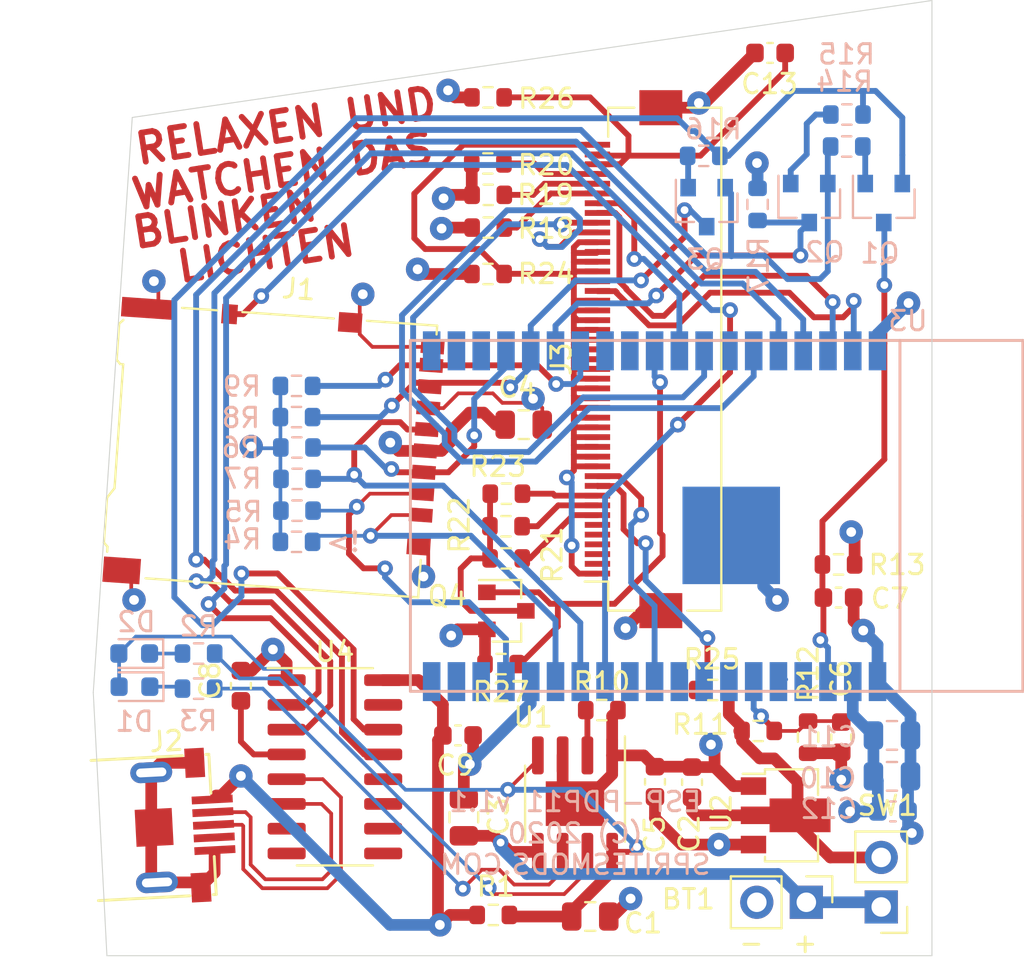
<source format=kicad_pcb>
(kicad_pcb (version 20171130) (host pcbnew 5.1.8+dfsg1-1)
  (layers (0 F.Cu signal) (1 In1.Cu power hide) (2 In2.Cu power hide) (31 B.Cu signal) (34 B.Paste user) (35 F.Paste user) (36 B.SilkS user) (37 F.SilkS user) (38 B.Mask user) (39 F.Mask user) (44 Edge.Cuts user))
  (net 0 "")
  (net 1 GND)
  (net 2 "Net-(BT1-Pad1)")
  (net 3 "Net-(C1-Pad1)")
  (net 4 /VBAT)
  (net 5 VCC)
  (net 6 "Net-(C6-Pad1)")
  (net 7 /EN)
  (net 8 "Net-(C8-Pad1)")
  (net 9 /USB_5V)
  (net 10 "Net-(D1-Pad1)")
  (net 11 "Net-(D2-Pad1)")
  (net 12 /SD_D2)
  (net 13 /SD_D3)
  (net 14 /SD_CMD)
  (net 15 /SD_CLK)
  (net 16 /SD_D0)
  (net 17 /SD_D1)
  (net 18 "Net-(J2-Pad4)")
  (net 19 "Net-(J2-Pad3)")
  (net 20 "Net-(J2-Pad2)")
  (net 21 "Net-(J3-Pad44)")
  (net 22 "Net-(J3-Pad43)")
  (net 23 "Net-(J3-Pad42)")
  (net 24 "Net-(J3-Pad41)")
  (net 25 "Net-(J3-Pad40)")
  (net 26 "Net-(J3-Pad39)")
  (net 27 "Net-(J3-Pad38)")
  (net 28 "Net-(J3-Pad37)")
  (net 29 /LCD_MISO)
  (net 30 /LCD_MOSI)
  (net 31 /LCD_RS)
  (net 32 /LCD_SCL)
  (net 33 /LCD_CS)
  (net 34 /LCD_RESET)
  (net 35 "Net-(J3-Pad6)")
  (net 36 "Net-(J3-Pad5)")
  (net 37 "Net-(J3-Pad4)")
  (net 38 "Net-(Q1-Pad1)")
  (net 39 "Net-(Q1-Pad2)")
  (net 40 "Net-(Q2-Pad1)")
  (net 41 /IO0)
  (net 42 "Net-(Q2-Pad2)")
  (net 43 "Net-(Q4-Pad3)")
  (net 44 /LCD_BL)
  (net 45 "Net-(R2-Pad1)")
  (net 46 "Net-(R3-Pad1)")
  (net 47 "Net-(R10-Pad1)")
  (net 48 /ESP_TXD)
  (net 49 "Net-(U3-Pad27)")
  (net 50 "Net-(U3-Pad21)")
  (net 51 "Net-(U3-Pad28)")
  (net 52 /ESP_RXD)
  (net 53 "Net-(U3-Pad32)")
  (net 54 "Net-(U3-Pad22)")
  (net 55 "Net-(U3-Pad20)")
  (net 56 "Net-(U3-Pad19)")
  (net 57 "Net-(U3-Pad18)")
  (net 58 "Net-(U3-Pad17)")
  (net 59 "Net-(U3-Pad11)")
  (net 60 "Net-(U3-Pad9)")
  (net 61 "Net-(U3-Pad8)")
  (net 62 "Net-(U3-Pad7)")
  (net 63 "Net-(U3-Pad5)")
  (net 64 "Net-(U3-Pad4)")
  (net 65 "Net-(U4-Pad15)")
  (net 66 "Net-(U4-Pad12)")
  (net 67 "Net-(U4-Pad11)")
  (net 68 "Net-(U4-Pad10)")
  (net 69 "Net-(U4-Pad9)")
  (net 70 "Net-(U4-Pad8)")
  (net 71 "Net-(U4-Pad7)")
  (net 72 "Net-(J3-Pad1)")
  (net 73 "Net-(J3-Pad36)")
  (net 74 "Net-(C13-Pad1)")
  (net 75 /SD_DET)
  (net 76 "Net-(Q3-Pad1)")
  (module Resistor_SMD:R_0603_1608Metric (layer F.Cu) (at 59.93 85.46)
    (fp_text reference R20 (at 2.99 0.08) (layer F.SilkS))
    (fp_text value 0)
    (pad 2 smd roundrect (at 0.825 0) (size 0.8 0.95) (layers F.Cu F.Paste F.Mask) (net 37 "Net-(J3-Pad4)"))
    (pad 1 smd roundrect (at -0.825 0) (size 0.8 0.95) (layers F.Cu F.Paste F.Mask) (net 5 VCC))
  )
  (module Resistor_SMD:R_0603_1608Metric (layer F.Cu) (at 59.95 87.07)
    (fp_text reference R19 (at 2.94 0) (layer F.SilkS))
    (fp_text value 0)
    (pad 2 smd roundrect (at 0.825 0) (size 0.8 0.95) (layers F.Cu F.Paste F.Mask) (net 36 "Net-(J3-Pad5)"))
    (pad 1 smd roundrect (at -0.825 0) (size 0.8 0.95) (layers F.Cu F.Paste F.Mask) (net 5 VCC))
  )
  (module Resistor_SMD:R_0603_1608Metric (layer F.Cu) (at 59.95 88.75)
    (fp_text reference R18 (at 2.96 0.05) (layer F.SilkS))
    (fp_text value 0)
    (pad 2 smd roundrect (at 0.825 0) (size 0.8 0.95) (layers F.Cu F.Paste F.Mask) (net 35 "Net-(J3-Pad6)"))
    (pad 1 smd roundrect (at -0.825 0) (size 0.8 0.95) (layers F.Cu F.Paste F.Mask) (net 1 GND))
  )
  (module JeroensFootprints:ESP-WROVER-MOD (layer B.Cu) (at 65.36 103.54 90)
    (fp_text reference U3 (at 10 16.11) (layer B.SilkS) (effects (justify mirror)))
    (fp_text value ESP-WROVER32)
    (pad 39 smd rect (at -1 7.05 90) (size 5 5) (layers B.Cu B.Paste B.Mask) (net 1 GND))
    (pad 26 smd rect (at 8.467716 -0.69 90) (size 2 0.9) (layers B.Cu B.Paste B.Mask) (net 17 /SD_D1))
    (pad 35 smd rect (at 8.467716 10.74 90) (size 2 0.9) (layers B.Cu B.Paste B.Mask) (net 48 /ESP_TXD))
    (pad 30 smd rect (at 8.467716 4.39 90) (size 2 0.9) (layers B.Cu B.Paste B.Mask) (net 34 /LCD_RESET))
    (pad 23 smd rect (at 8.467716 -4.5 90) (size 2 0.9) (layers B.Cu B.Paste B.Mask) (net 14 /SD_CMD))
    (pad 33 smd rect (at 8.467716 8.2 90) (size 2 0.9) (layers B.Cu B.Paste B.Mask) (net 31 /LCD_RS))
    (pad 25 smd rect (at 8.467716 -1.96 90) (size 2 0.9) (layers B.Cu B.Paste B.Mask) (net 41 /IO0))
    (pad 27 smd rect (at 8.467716 0.58 90) (size 2 0.9) (layers B.Cu B.Paste B.Mask) (net 49 "Net-(U3-Pad27)"))
    (pad 37 smd rect (at 8.467716 13.28 90) (size 2 0.9) (layers B.Cu B.Paste B.Mask) (net 30 /LCD_MOSI))
    (pad 31 smd rect (at 8.467716 5.66 90) (size 2 0.9) (layers B.Cu B.Paste B.Mask) (net 32 /LCD_SCL))
    (pad 29 smd rect (at 8.467716 3.12 90) (size 2 0.9) (layers B.Cu B.Paste B.Mask) (net 44 /LCD_BL))
    (pad 38 smd rect (at 8.467716 14.55 90) (size 2 0.9) (layers B.Cu B.Paste B.Mask) (net 1 GND))
    (pad 21 smd rect (at 8.467716 -7.04 90) (size 2 0.9) (layers B.Cu B.Paste B.Mask) (net 50 "Net-(U3-Pad21)"))
    (pad 28 smd rect (at 8.467716 1.85 90) (size 2 0.9) (layers B.Cu B.Paste B.Mask) (net 51 "Net-(U3-Pad28)"))
    (pad 34 smd rect (at 8.467716 9.47 90) (size 2 0.9) (layers B.Cu B.Paste B.Mask) (net 52 /ESP_RXD))
    (pad 36 smd rect (at 8.467716 12.01 90) (size 2 0.9) (layers B.Cu B.Paste B.Mask) (net 33 /LCD_CS))
    (pad 32 smd rect (at 8.467716 6.93 90) (size 2 0.9) (layers B.Cu B.Paste B.Mask) (net 53 "Net-(U3-Pad32)"))
    (pad 22 smd rect (at 8.467716 -5.77 90) (size 2 0.9) (layers B.Cu B.Paste B.Mask) (net 54 "Net-(U3-Pad22)"))
    (pad 20 smd rect (at 8.467716 -8.31 90) (size 2 0.9) (layers B.Cu B.Paste B.Mask) (net 55 "Net-(U3-Pad20)"))
    (pad 24 smd rect (at 8.467716 -3.23 90) (size 2 0.9) (layers B.Cu B.Paste B.Mask) (net 16 /SD_D0))
    (pad 19 smd rect (at -8.5 -8.31 90) (size 2 0.9) (layers B.Cu B.Paste B.Mask) (net 56 "Net-(U3-Pad19)"))
    (pad 18 smd rect (at -8.5 -7.04 90) (size 2 0.9) (layers B.Cu B.Paste B.Mask) (net 57 "Net-(U3-Pad18)"))
    (pad 17 smd rect (at -8.5 -5.77 90) (size 2 0.9) (layers B.Cu B.Paste B.Mask) (net 58 "Net-(U3-Pad17)"))
    (pad 16 smd rect (at -8.5 -4.5 90) (size 2 0.9) (layers B.Cu B.Paste B.Mask) (net 13 /SD_D3))
    (pad 15 smd rect (at -8.5 -3.23 90) (size 2 0.9) (layers B.Cu B.Paste B.Mask) (net 1 GND))
    (pad 14 smd rect (at -8.5 -1.96 90) (size 2 0.9) (layers B.Cu B.Paste B.Mask) (net 12 /SD_D2))
    (pad 13 smd rect (at -8.5 -0.69 90) (size 2 0.9) (layers B.Cu B.Paste B.Mask) (net 15 /SD_CLK))
    (pad 12 smd rect (at -8.5 0.58 90) (size 2 0.9) (layers B.Cu B.Paste B.Mask) (net 75 /SD_DET))
    (pad 11 smd rect (at -8.5 1.85 90) (size 2 0.9) (layers B.Cu B.Paste B.Mask) (net 59 "Net-(U3-Pad11)"))
    (pad 10 smd rect (at -8.5 3.12 90) (size 2 0.9) (layers B.Cu B.Paste B.Mask) (net 29 /LCD_MISO))
    (pad 9 smd rect (at -8.5 4.39 90) (size 2 0.9) (layers B.Cu B.Paste B.Mask) (net 60 "Net-(U3-Pad9)"))
    (pad 8 smd rect (at -8.5 5.66 90) (size 2 0.9) (layers B.Cu B.Paste B.Mask) (net 61 "Net-(U3-Pad8)"))
    (pad 7 smd rect (at -8.5 6.93 90) (size 2 0.9) (layers B.Cu B.Paste B.Mask) (net 62 "Net-(U3-Pad7)"))
    (pad 6 smd rect (at -8.5 8.2 90) (size 2 0.9) (layers B.Cu B.Paste B.Mask) (net 6 "Net-(C6-Pad1)"))
    (pad 5 smd rect (at -8.5 9.47 90) (size 2 0.9) (layers B.Cu B.Paste B.Mask) (net 63 "Net-(U3-Pad5)"))
    (pad 4 smd rect (at -8.5 10.74 90) (size 2 0.9) (layers B.Cu B.Paste B.Mask) (net 64 "Net-(U3-Pad4)"))
    (pad 3 smd rect (at -8.5 12.01 90) (size 2 0.9) (layers B.Cu B.Paste B.Mask) (net 7 /EN))
    (pad 2 smd rect (at -8.5 13.28 90) (size 2 0.9) (layers B.Cu B.Paste B.Mask) (net 5 VCC))
    (pad 1 smd rect (at -8.5 14.55 90) (size 2 0.9) (layers B.Cu B.Paste B.Mask) (net 1 GND))
  )
  (module Connector_Card:microSD_HC_Hirose_DM3AT-SF-PEJM5 (layer F.Cu) (at 48.98 100.19 266)
    (fp_text reference J1 (at -8.347723 -0.679347 176) (layer F.SilkS))
    (fp_text value Micro_SD_Card_Det_Hirose_DM3AT)
    (pad 11 smd rect (at 6.675 7.375 266) (size 1.3 1.9) (layers F.Cu F.Paste F.Mask) (net 1 GND))
    (pad 11 smd rect (at -6.825 6.925 266) (size 1 2.8) (layers F.Cu F.Paste F.Mask) (net 1 GND))
    (pad 10 smd rect (at -6.825 2.775 266) (size 1 0.8) (layers F.Cu F.Paste F.Mask) (net 75 /SD_DET))
    (pad 11 smd rect (at -6.825 -3.425 266) (size 1 1.2) (layers F.Cu F.Paste F.Mask) (net 1 GND))
    (pad 11 smd rect (at 4.325 -7.725 266) (size 1 1.2) (layers F.Cu F.Paste F.Mask) (net 1 GND))
    (pad 7 smd rect (at -3.825 -7.725 266) (size 0.7 1.2) (layers F.Cu F.Paste F.Mask) (net 16 /SD_D0))
    (pad 6 smd rect (at -2.725 -7.725 266) (size 0.7 1.2) (layers F.Cu F.Paste F.Mask) (net 1 GND))
    (pad 5 smd rect (at -1.625 -7.725 266) (size 0.7 1.2) (layers F.Cu F.Paste F.Mask) (net 15 /SD_CLK))
    (pad 4 smd rect (at -0.525 -7.725 266) (size 0.7 1.2) (layers F.Cu F.Paste F.Mask) (net 5 VCC))
    (pad 3 smd rect (at 0.575 -7.725 266) (size 0.7 1.2) (layers F.Cu F.Paste F.Mask) (net 14 /SD_CMD))
    (pad 2 smd rect (at 1.675 -7.725 266) (size 0.7 1.2) (layers F.Cu F.Paste F.Mask) (net 13 /SD_D3))
    (pad 1 smd rect (at 2.775 -7.725 266) (size 0.7 1.2) (layers F.Cu F.Paste F.Mask) (net 12 /SD_D2))
    (pad 8 smd rect (at -4.925 -7.725 266) (size 0.7 1.2) (layers F.Cu F.Paste F.Mask) (net 17 /SD_D1))
    (pad 9 smd rect (at -5.875 -7.725 266) (size 0.7 1.2) (layers F.Cu F.Paste F.Mask) (net 1 GND))
  )
  (module JeroensFootprints:Hirose_FH12-45S-0.5SH_1x45-1MP_P0.50mm_Horizontal_Descending_PinNo (layer F.Cu) (at 67.4 95.5 90)
    (fp_text reference J3 (at 0 -3.7 90) (layer F.SilkS))
    (fp_text value LCD_KD018QVFMN010)
    (pad 1 smd rect (at 11 -1.85 90) (size 0.3 1.3) (layers F.Cu F.Paste F.Mask) (net 72 "Net-(J3-Pad1)"))
    (pad 2 smd rect (at 10.5 -1.85 90) (size 0.3 1.3) (layers F.Cu F.Paste F.Mask) (net 74 "Net-(C13-Pad1)"))
    (pad 3 smd rect (at 10 -1.85 90) (size 0.3 1.3) (layers F.Cu F.Paste F.Mask) (net 74 "Net-(C13-Pad1)"))
    (pad 4 smd rect (at 9.5 -1.85 90) (size 0.3 1.3) (layers F.Cu F.Paste F.Mask) (net 37 "Net-(J3-Pad4)"))
    (pad 5 smd rect (at 9 -1.85 90) (size 0.3 1.3) (layers F.Cu F.Paste F.Mask) (net 36 "Net-(J3-Pad5)"))
    (pad 6 smd rect (at 8.5 -1.85 90) (size 0.3 1.3) (layers F.Cu F.Paste F.Mask) (net 35 "Net-(J3-Pad6)"))
    (pad 7 smd rect (at 8 -1.85 90) (size 0.3 1.3) (layers F.Cu F.Paste F.Mask) (net 34 /LCD_RESET))
    (pad 8 smd rect (at 7.5 -1.85 90) (size 0.3 1.3) (layers F.Cu F.Paste F.Mask) (net 33 /LCD_CS))
    (pad 9 smd rect (at 7 -1.85 90) (size 0.3 1.3) (layers F.Cu F.Paste F.Mask) (net 32 /LCD_SCL))
    (pad 10 smd rect (at 6.5 -1.85 90) (size 0.3 1.3) (layers F.Cu F.Paste F.Mask) (net 31 /LCD_RS))
    (pad 11 smd rect (at 6 -1.85 90) (size 0.3 1.3) (layers F.Cu F.Paste F.Mask) (net 72 "Net-(J3-Pad1)"))
    (pad 12 smd rect (at 5.5 -1.85 90) (size 0.3 1.3) (layers F.Cu F.Paste F.Mask) (net 72 "Net-(J3-Pad1)"))
    (pad 13 smd rect (at 5 -1.85 90) (size 0.3 1.3) (layers F.Cu F.Paste F.Mask) (net 72 "Net-(J3-Pad1)"))
    (pad 14 smd rect (at 4.5 -1.85 90) (size 0.3 1.3) (layers F.Cu F.Paste F.Mask) (net 72 "Net-(J3-Pad1)"))
    (pad 15 smd rect (at 4 -1.85 90) (size 0.3 1.3) (layers F.Cu F.Paste F.Mask) (net 72 "Net-(J3-Pad1)"))
    (pad 16 smd rect (at 3.5 -1.85 90) (size 0.3 1.3) (layers F.Cu F.Paste F.Mask) (net 30 /LCD_MOSI))
    (pad 17 smd rect (at 3 -1.85 90) (size 0.3 1.3) (layers F.Cu F.Paste F.Mask) (net 72 "Net-(J3-Pad1)"))
    (pad 18 smd rect (at 2.5 -1.85 90) (size 0.3 1.3) (layers F.Cu F.Paste F.Mask) (net 72 "Net-(J3-Pad1)"))
    (pad 19 smd rect (at 2 -1.85 90) (size 0.3 1.3) (layers F.Cu F.Paste F.Mask) (net 72 "Net-(J3-Pad1)"))
    (pad 20 smd rect (at 1.5 -1.85 90) (size 0.3 1.3) (layers F.Cu F.Paste F.Mask) (net 72 "Net-(J3-Pad1)"))
    (pad 21 smd rect (at 1 -1.85 90) (size 0.3 1.3) (layers F.Cu F.Paste F.Mask) (net 72 "Net-(J3-Pad1)"))
    (pad 22 smd rect (at 0.5 -1.85 90) (size 0.3 1.3) (layers F.Cu F.Paste F.Mask) (net 72 "Net-(J3-Pad1)"))
    (pad 23 smd rect (at 0 -1.85 90) (size 0.3 1.3) (layers F.Cu F.Paste F.Mask) (net 72 "Net-(J3-Pad1)"))
    (pad 24 smd rect (at -0.5 -1.85 90) (size 0.3 1.3) (layers F.Cu F.Paste F.Mask) (net 72 "Net-(J3-Pad1)"))
    (pad 25 smd rect (at -1 -1.85 90) (size 0.3 1.3) (layers F.Cu F.Paste F.Mask) (net 72 "Net-(J3-Pad1)"))
    (pad 26 smd rect (at -1.5 -1.85 90) (size 0.3 1.3) (layers F.Cu F.Paste F.Mask) (net 72 "Net-(J3-Pad1)"))
    (pad 27 smd rect (at -2 -1.85 90) (size 0.3 1.3) (layers F.Cu F.Paste F.Mask) (net 72 "Net-(J3-Pad1)"))
    (pad 28 smd rect (at -2.5 -1.85 90) (size 0.3 1.3) (layers F.Cu F.Paste F.Mask) (net 72 "Net-(J3-Pad1)"))
    (pad 29 smd rect (at -3 -1.85 90) (size 0.3 1.3) (layers F.Cu F.Paste F.Mask) (net 72 "Net-(J3-Pad1)"))
    (pad 30 smd rect (at -3.5 -1.85 90) (size 0.3 1.3) (layers F.Cu F.Paste F.Mask) (net 72 "Net-(J3-Pad1)"))
    (pad 31 smd rect (at -4 -1.85 90) (size 0.3 1.3) (layers F.Cu F.Paste F.Mask) (net 72 "Net-(J3-Pad1)"))
    (pad 32 smd rect (at -4.5 -1.85 90) (size 0.3 1.3) (layers F.Cu F.Paste F.Mask) (net 72 "Net-(J3-Pad1)"))
    (pad 33 smd rect (at -5 -1.85 90) (size 0.3 1.3) (layers F.Cu F.Paste F.Mask) (net 72 "Net-(J3-Pad1)"))
    (pad 34 smd rect (at -5.5 -1.85 90) (size 0.3 1.3) (layers F.Cu F.Paste F.Mask) (net 72 "Net-(J3-Pad1)"))
    (pad 35 smd rect (at -6 -1.85 90) (size 0.3 1.3) (layers F.Cu F.Paste F.Mask) (net 29 /LCD_MISO))
    (pad 36 smd rect (at -6.5 -1.85 90) (size 0.3 1.3) (layers F.Cu F.Paste F.Mask) (net 73 "Net-(J3-Pad36)"))
    (pad 37 smd rect (at -7 -1.85 90) (size 0.3 1.3) (layers F.Cu F.Paste F.Mask) (net 28 "Net-(J3-Pad37)"))
    (pad 38 smd rect (at -7.5 -1.85 90) (size 0.3 1.3) (layers F.Cu F.Paste F.Mask) (net 27 "Net-(J3-Pad38)"))
    (pad 39 smd rect (at -8 -1.85 90) (size 0.3 1.3) (layers F.Cu F.Paste F.Mask) (net 26 "Net-(J3-Pad39)"))
    (pad 40 smd rect (at -8.5 -1.85 90) (size 0.3 1.3) (layers F.Cu F.Paste F.Mask) (net 25 "Net-(J3-Pad40)"))
    (pad 41 smd rect (at -9 -1.85 90) (size 0.3 1.3) (layers F.Cu F.Paste F.Mask) (net 24 "Net-(J3-Pad41)"))
    (pad 42 smd rect (at -9.5 -1.85 90) (size 0.3 1.3) (layers F.Cu F.Paste F.Mask) (net 23 "Net-(J3-Pad42)"))
    (pad 43 smd rect (at -10 -1.85 90) (size 0.3 1.3) (layers F.Cu F.Paste F.Mask) (net 22 "Net-(J3-Pad43)"))
    (pad 44 smd rect (at -10.5 -1.85 90) (size 0.3 1.3) (layers F.Cu F.Paste F.Mask) (net 21 "Net-(J3-Pad44)"))
    (pad 45 smd rect (at -11 -1.85 90) (size 0.3 1.3) (layers F.Cu F.Paste F.Mask) (net 72 "Net-(J3-Pad1)"))
    (pad MP smd rect (at -12.9 1.4 90) (size 1.8 2.2) (layers F.Cu F.Paste F.Mask) (net 1 GND))
    (pad MP smd rect (at 12.9 1.4 90) (size 1.8 2.2) (layers F.Cu F.Paste F.Mask) (net 1 GND))
  )
  (module JeroensFootprints:USB_Micro-B_China_MK5P (layer F.Cu) (at 42.82 119.52 273)
    (fp_text reference J2 (at -4.380971 -0.860462 183) (layer F.SilkS))
    (fp_text value USB_B_Micro)
    (pad 6 thru_hole oval (at -2.825 0 3) (size 2.15 1.05) (drill oval 1.55 0.45) (layers *.Cu *.Mask) (net 1 GND))
    (pad "" np_thru_hole circle (at 2 -2.1 3) (size 0.6 0.6) (drill 0.6) (layers *.Cu *.Mask))
    (pad "" np_thru_hole circle (at -2 -2.1 3) (size 0.6 0.6) (drill 0.6) (layers *.Cu *.Mask))
    (pad 6 smd rect (at 0 0 3) (size 1.9 1.9) (layers F.Cu F.Paste F.Mask) (net 1 GND))
    (pad 6 thru_hole oval (at 2.825 0 3) (size 2.15 1.05) (drill oval 1.55 0.45) (layers *.Cu *.Mask) (net 1 GND))
    (pad 5 smd rect (at 1.325 -3.05 3) (size 2.1 0.4) (layers F.Cu F.Paste F.Mask) (net 1 GND))
    (pad 4 smd rect (at 0.675 -3.05 3) (size 2.1 0.4) (layers F.Cu F.Paste F.Mask) (net 18 "Net-(J2-Pad4)"))
    (pad 3 smd rect (at 0.025 -3.05 3) (size 2.1 0.4) (layers F.Cu F.Paste F.Mask) (net 19 "Net-(J2-Pad3)"))
    (pad 2 smd rect (at -0.625 -3.05 3) (size 2.1 0.4) (layers F.Cu F.Paste F.Mask) (net 20 "Net-(J2-Pad2)"))
    (pad 1 smd rect (at -1.275 -3.05 3) (size 2.1 0.4) (layers F.Cu F.Paste F.Mask) (net 9 /USB_5V))
    (pad 6 smd rect (at -3.2 -2.25 273) (size 1.5 1) (layers F.Cu F.Paste F.Mask) (net 1 GND))
    (pad 6 smd rect (at 3.2 -2.24 273) (size 1.5 1) (layers F.Cu F.Paste F.Mask) (net 1 GND))
  )
  (module Resistor_SMD:R_0603_1608Metric (layer F.Cu) (at 60.61 111.14 180)
    (fp_text reference R27 (at 0 -1.43) (layer F.SilkS))
    (fp_text value 10K)
    (pad 2 smd roundrect (at 0.825 0 180) (size 0.8 0.95) (layers F.Cu F.Paste F.Mask) (net 1 GND))
    (pad 1 smd roundrect (at -0.825 0 180) (size 0.8 0.95) (layers F.Cu F.Paste F.Mask) (net 44 /LCD_BL))
  )
  (module Resistor_SMD:R_0603_1608Metric (layer F.Cu) (at 59.94 82.07 180)
    (fp_text reference R26 (at -3 -0.06) (layer F.SilkS))
    (fp_text value 0)
    (pad 2 smd roundrect (at 0.825 0 180) (size 0.8 0.95) (layers F.Cu F.Paste F.Mask) (net 5 VCC))
    (pad 1 smd roundrect (at -0.825 0 180) (size 0.8 0.95) (layers F.Cu F.Paste F.Mask) (net 74 "Net-(C13-Pad1)"))
  )
  (module Resistor_SMD:R_0603_1608Metric (layer F.Cu) (at 71.46 112.47 180)
    (fp_text reference R25 (at 0.04 1.58) (layer F.SilkS))
    (fp_text value 0)
    (pad 2 smd roundrect (at 0.825 0 180) (size 0.8 0.95) (layers F.Cu F.Paste F.Mask) (net 73 "Net-(J3-Pad36)"))
    (pad 1 smd roundrect (at -0.825 0 180) (size 0.8 0.95) (layers F.Cu F.Paste F.Mask) (net 4 /VBAT))
  )
  (module Resistor_SMD:R_0603_1608Metric (layer F.Cu) (at 59.94 91.13)
    (fp_text reference R24 (at 2.98 -0.01) (layer F.SilkS))
    (fp_text value 0)
    (pad 2 smd roundrect (at 0.825 0) (size 0.8 0.95) (layers F.Cu F.Paste F.Mask) (net 72 "Net-(J3-Pad1)"))
    (pad 1 smd roundrect (at -0.825 0) (size 0.8 0.95) (layers F.Cu F.Paste F.Mask) (net 1 GND))
  )
  (module Package_TO_SOT_SMD:SOT-23 (layer B.Cu) (at 71.15 87.7 270)
    (fp_text reference Q3 (at 2.68 0.07 180) (layer B.SilkS) (effects (justify mirror)))
    (fp_text value S8050)
    (pad 3 smd rect (at 1 0 270) (size 0.9 0.8) (layers B.Cu B.Paste B.Mask) (net 16 /SD_D0))
    (pad 2 smd rect (at -1 -0.95 270) (size 0.9 0.8) (layers B.Cu B.Paste B.Mask) (net 42 "Net-(Q2-Pad2)"))
    (pad 1 smd rect (at -1 0.95 270) (size 0.9 0.8) (layers B.Cu B.Paste B.Mask) (net 76 "Net-(Q3-Pad1)"))
  )
  (module Package_TO_SOT_SMD:SOT-23 (layer B.Cu) (at 76.41 87.49 270)
    (fp_text reference Q2 (at 2.52 -0.8 180) (layer B.SilkS) (effects (justify mirror)))
    (fp_text value S8050)
    (pad 3 smd rect (at 1 0 270) (size 0.9 0.8) (layers B.Cu B.Paste B.Mask) (net 41 /IO0))
    (pad 2 smd rect (at -1 -0.95 270) (size 0.9 0.8) (layers B.Cu B.Paste B.Mask) (net 42 "Net-(Q2-Pad2)"))
    (pad 1 smd rect (at -1 0.95 270) (size 0.9 0.8) (layers B.Cu B.Paste B.Mask) (net 40 "Net-(Q2-Pad1)"))
  )
  (module Package_TO_SOT_SMD:SOT-23 (layer B.Cu) (at 80.23 87.49 270)
    (fp_text reference Q1 (at 2.58 0.2 180) (layer B.SilkS) (effects (justify mirror)))
    (fp_text value S8050)
    (pad 3 smd rect (at 1 0 270) (size 0.9 0.8) (layers B.Cu B.Paste B.Mask) (net 7 /EN))
    (pad 2 smd rect (at -1 -0.95 270) (size 0.9 0.8) (layers B.Cu B.Paste B.Mask) (net 39 "Net-(Q1-Pad2)"))
    (pad 1 smd rect (at -1 0.95 270) (size 0.9 0.8) (layers B.Cu B.Paste B.Mask) (net 38 "Net-(Q1-Pad1)"))
  )
  (module Package_SO:SOIC-16_3.9x9.9mm_P1.27mm (layer F.Cu) (at 52.09 116.41)
    (fp_text reference U4 (at 0 -5.9 180) (layer F.SilkS))
    (fp_text value CH340C)
    (pad 16 smd roundrect (at 2.475 -4.445) (size 1.95 0.6) (layers F.Cu F.Paste F.Mask) (net 9 /USB_5V))
    (pad 15 smd roundrect (at 2.475 -3.175) (size 1.95 0.6) (layers F.Cu F.Paste F.Mask) (net 65 "Net-(U4-Pad15)"))
    (pad 14 smd roundrect (at 2.475 -1.905) (size 1.95 0.6) (layers F.Cu F.Paste F.Mask) (net 39 "Net-(Q1-Pad2)"))
    (pad 13 smd roundrect (at 2.475 -0.635) (size 1.95 0.6) (layers F.Cu F.Paste F.Mask) (net 42 "Net-(Q2-Pad2)"))
    (pad 12 smd roundrect (at 2.475 0.635) (size 1.95 0.6) (layers F.Cu F.Paste F.Mask) (net 66 "Net-(U4-Pad12)"))
    (pad 11 smd roundrect (at 2.475 1.905) (size 1.95 0.6) (layers F.Cu F.Paste F.Mask) (net 67 "Net-(U4-Pad11)"))
    (pad 10 smd roundrect (at 2.475 3.175) (size 1.95 0.6) (layers F.Cu F.Paste F.Mask) (net 68 "Net-(U4-Pad10)"))
    (pad 9 smd roundrect (at 2.475 4.445) (size 1.95 0.6) (layers F.Cu F.Paste F.Mask) (net 69 "Net-(U4-Pad9)"))
    (pad 8 smd roundrect (at -2.475 4.445) (size 1.95 0.6) (layers F.Cu F.Paste F.Mask) (net 70 "Net-(U4-Pad8)"))
    (pad 7 smd roundrect (at -2.475 3.175) (size 1.95 0.6) (layers F.Cu F.Paste F.Mask) (net 71 "Net-(U4-Pad7)"))
    (pad 6 smd roundrect (at -2.475 1.905) (size 1.95 0.6) (layers F.Cu F.Paste F.Mask) (net 20 "Net-(J2-Pad2)"))
    (pad 5 smd roundrect (at -2.475 0.635) (size 1.95 0.6) (layers F.Cu F.Paste F.Mask) (net 19 "Net-(J2-Pad3)"))
    (pad 4 smd roundrect (at -2.475 -0.635) (size 1.95 0.6) (layers F.Cu F.Paste F.Mask) (net 8 "Net-(C8-Pad1)"))
    (pad 3 smd roundrect (at -2.475 -1.905) (size 1.95 0.6) (layers F.Cu F.Paste F.Mask) (net 48 /ESP_TXD))
    (pad 2 smd roundrect (at -2.475 -3.175) (size 1.95 0.6) (layers F.Cu F.Paste F.Mask) (net 52 /ESP_RXD))
    (pad 1 smd roundrect (at -2.475 -4.445) (size 1.95 0.6) (layers F.Cu F.Paste F.Mask) (net 1 GND))
  )
  (module Package_TO_SOT_SMD:SOT-89-3 (layer F.Cu) (at 75.2 118.9)
    (fp_text reference U2 (at -3.3 -0.1 90) (layer F.SilkS))
    (fp_text value HT7833_SOT89)
    (pad 2 smd custom (at -1.5625 0) (size 1.475 0.9) (layers F.Cu F.Paste F.Mask) (net 4 /VBAT) (options (clearance outline) (anchor rect)) (primitives (gr_poly (pts (xy 0.7375 -0.8665) (xy 3.8625 -0.8665) (xy 3.8625 0.8665) (xy 0.7375 0.8665)) (width 0))))
    (pad 3 smd rect (at -1.65 1.5) (size 1.3 0.9) (layers F.Cu F.Paste F.Mask) (net 5 VCC))
    (pad 1 smd rect (at -1.65 -1.5) (size 1.3 0.9) (layers F.Cu F.Paste F.Mask) (net 1 GND))
  )
  (module Package_SO:SOIC-8-1EP_3.9x4.9mm_P1.27mm_EP2.29x3mm (layer F.Cu) (at 64.4 118.3 270)
    (fp_text reference U1 (at -4.43 2.15 180) (layer F.SilkS))
    (fp_text value TP4056)
    (pad 9 smd rect (at 0 0 270) (size 2.29 3) (layers F.Cu F.Mask) (net 1 GND))
    (pad 8 smd roundrect (at 2.475 -1.905 270) (size 1.95 0.6) (layers F.Cu F.Paste F.Mask) (net 3 "Net-(C1-Pad1)"))
    (pad 7 smd roundrect (at 2.475 -0.635 270) (size 1.95 0.6) (layers F.Cu F.Paste F.Mask) (net 45 "Net-(R2-Pad1)"))
    (pad 6 smd roundrect (at 2.475 0.635 270) (size 1.95 0.6) (layers F.Cu F.Paste F.Mask) (net 46 "Net-(R3-Pad1)"))
    (pad 5 smd roundrect (at 2.475 1.905 270) (size 1.95 0.6) (layers F.Cu F.Paste F.Mask) (net 2 "Net-(BT1-Pad1)"))
    (pad 4 smd roundrect (at -2.475 1.905 270) (size 1.95 0.6) (layers F.Cu F.Paste F.Mask) (net 3 "Net-(C1-Pad1)"))
    (pad 3 smd roundrect (at -2.475 0.635 270) (size 1.95 0.6) (layers F.Cu F.Paste F.Mask) (net 1 GND))
    (pad 2 smd roundrect (at -2.475 -0.635 270) (size 1.95 0.6) (layers F.Cu F.Paste F.Mask) (net 47 "Net-(R10-Pad1)"))
    (pad 1 smd roundrect (at -2.475 -1.905 270) (size 1.95 0.6) (layers F.Cu F.Paste F.Mask) (net 1 GND))
  )
  (module Connector_PinHeader_2.54mm:PinHeader_1x02_P2.54mm_Vertical (layer F.Cu) (at 80.1 123.6 180)
    (fp_text reference SW1 (at -0.31 5.2) (layer F.SilkS))
    (fp_text value SW_SPST)
    (pad 2 thru_hole oval (at 0 2.54 180) (size 1.7 1.7) (drill 1) (layers *.Cu *.Mask) (net 4 /VBAT))
    (pad 1 thru_hole rect (at 0 0 180) (size 1.7 1.7) (drill 1) (layers *.Cu *.Mask) (net 2 "Net-(BT1-Pad1)"))
  )
  (module Resistor_SMD:R_0603_1608Metric (layer F.Cu) (at 60.88 102.4 180)
    (fp_text reference R23 (at 0.44 1.39) (layer F.SilkS))
    (fp_text value 50)
    (pad 2 smd roundrect (at 0.825 0 180) (size 0.8 0.95) (layers F.Cu F.Paste F.Mask) (net 43 "Net-(Q4-Pad3)"))
    (pad 1 smd roundrect (at -0.825 0 180) (size 0.8 0.95) (layers F.Cu F.Paste F.Mask) (net 28 "Net-(J3-Pad37)"))
  )
  (module Resistor_SMD:R_0603_1608Metric (layer F.Cu) (at 60.86 104.07 180)
    (fp_text reference R22 (at 2.39 0.06 90) (layer F.SilkS))
    (fp_text value 50)
    (pad 2 smd roundrect (at 0.825 0 180) (size 0.8 0.95) (layers F.Cu F.Paste F.Mask) (net 43 "Net-(Q4-Pad3)"))
    (pad 1 smd roundrect (at -0.825 0 180) (size 0.8 0.95) (layers F.Cu F.Paste F.Mask) (net 27 "Net-(J3-Pad38)"))
  )
  (module Resistor_SMD:R_0603_1608Metric (layer F.Cu) (at 60.87 105.72 180)
    (fp_text reference R21 (at -2.36 0.18 90) (layer F.SilkS))
    (fp_text value 50)
    (pad 2 smd roundrect (at 0.825 0 180) (size 0.8 0.95) (layers F.Cu F.Paste F.Mask) (net 43 "Net-(Q4-Pad3)"))
    (pad 1 smd roundrect (at -0.825 0 180) (size 0.8 0.95) (layers F.Cu F.Paste F.Mask) (net 26 "Net-(J3-Pad39)"))
  )
  (module Resistor_SMD:R_0603_1608Metric (layer B.Cu) (at 73.76 87.56 270)
    (fp_text reference R17 (at 3.11 -0.05 90) (layer B.SilkS) (effects (justify mirror)))
    (fp_text value 10K)
    (pad 2 smd roundrect (at 0.825 0 270) (size 0.8 0.95) (layers B.Cu B.Paste B.Mask) (net 41 /IO0))
    (pad 1 smd roundrect (at -0.825 0 270) (size 0.8 0.95) (layers B.Cu B.Paste B.Mask) (net 5 VCC))
  )
  (module Resistor_SMD:R_0603_1608Metric (layer B.Cu) (at 71 85.07)
    (fp_text reference R16 (at 0.49 -1.37) (layer B.SilkS) (effects (justify mirror)))
    (fp_text value 100K)
    (pad 2 smd roundrect (at 0.825 0) (size 0.8 0.95) (layers B.Cu B.Paste B.Mask) (net 39 "Net-(Q1-Pad2)"))
    (pad 1 smd roundrect (at -0.825 0) (size 0.8 0.95) (layers B.Cu B.Paste B.Mask) (net 76 "Net-(Q3-Pad1)"))
  )
  (module Resistor_SMD:R_0603_1608Metric (layer B.Cu) (at 78.34 82.95)
    (fp_text reference R15 (at -0.02 -3.09) (layer B.SilkS) (effects (justify mirror)))
    (fp_text value 100K)
    (pad 2 smd roundrect (at 0.825 0) (size 0.8 0.95) (layers B.Cu B.Paste B.Mask) (net 39 "Net-(Q1-Pad2)"))
    (pad 1 smd roundrect (at -0.825 0) (size 0.8 0.95) (layers B.Cu B.Paste B.Mask) (net 40 "Net-(Q2-Pad1)"))
  )
  (module Resistor_SMD:R_0603_1608Metric (layer B.Cu) (at 78.33 84.59 180)
    (fp_text reference R14 (at 0.11 3.33) (layer B.SilkS) (effects (justify mirror)))
    (fp_text value 100K)
    (pad 2 smd roundrect (at 0.825 0 180) (size 0.8 0.95) (layers B.Cu B.Paste B.Mask) (net 42 "Net-(Q2-Pad2)"))
    (pad 1 smd roundrect (at -0.825 0 180) (size 0.8 0.95) (layers B.Cu B.Paste B.Mask) (net 38 "Net-(Q1-Pad1)"))
  )
  (module Resistor_SMD:R_0603_1608Metric (layer F.Cu) (at 77.91 106.03 180)
    (fp_text reference R13 (at -3 -0.02) (layer F.SilkS))
    (fp_text value 10K)
    (pad 2 smd roundrect (at 0.825 0 180) (size 0.8 0.95) (layers F.Cu F.Paste F.Mask) (net 7 /EN))
    (pad 1 smd roundrect (at -0.825 0 180) (size 0.8 0.95) (layers F.Cu F.Paste F.Mask) (net 5 VCC))
  )
  (module Resistor_SMD:R_0603_1608Metric (layer F.Cu) (at 76.35 114.89 270)
    (fp_text reference R12 (at -3.26 -0.01 90) (layer F.SilkS))
    (fp_text value 33K)
    (pad 2 smd roundrect (at 0.825 0 270) (size 0.8 0.95) (layers F.Cu F.Paste F.Mask) (net 1 GND))
    (pad 1 smd roundrect (at -0.825 0 270) (size 0.8 0.95) (layers F.Cu F.Paste F.Mask) (net 6 "Net-(C6-Pad1)"))
  )
  (module Resistor_SMD:R_0603_1608Metric (layer F.Cu) (at 73.79 114.57)
    (fp_text reference R11 (at -2.96 -0.33) (layer F.SilkS))
    (fp_text value 100K)
    (pad 2 smd roundrect (at 0.825 0) (size 0.8 0.95) (layers F.Cu F.Paste F.Mask) (net 6 "Net-(C6-Pad1)"))
    (pad 1 smd roundrect (at -0.825 0) (size 0.8 0.95) (layers F.Cu F.Paste F.Mask) (net 4 /VBAT))
  )
  (module Resistor_SMD:R_0603_1608Metric (layer F.Cu) (at 65.775 113.5)
    (fp_text reference R10 (at 0 -1.43) (layer F.SilkS))
    (fp_text value 4K)
    (pad 2 smd roundrect (at 0.825 0) (size 0.8 0.95) (layers F.Cu F.Paste F.Mask) (net 1 GND))
    (pad 1 smd roundrect (at -0.825 0) (size 0.8 0.95) (layers F.Cu F.Paste F.Mask) (net 47 "Net-(R10-Pad1)"))
  )
  (module Resistor_SMD:R_0603_1608Metric (layer B.Cu) (at 50.12 96.87)
    (fp_text reference R9 (at -2.8 0.03) (layer B.SilkS) (effects (justify mirror)))
    (fp_text value 10K)
    (pad 2 smd roundrect (at 0.825 0) (size 0.8 0.95) (layers B.Cu B.Paste B.Mask) (net 17 /SD_D1))
    (pad 1 smd roundrect (at -0.825 0) (size 0.8 0.95) (layers B.Cu B.Paste B.Mask) (net 5 VCC))
  )
  (module Resistor_SMD:R_0603_1608Metric (layer B.Cu) (at 50.12 98.47)
    (fp_text reference R8 (at -2.85 0.04) (layer B.SilkS) (effects (justify mirror)))
    (fp_text value 10K)
    (pad 2 smd roundrect (at 0.825 0) (size 0.8 0.95) (layers B.Cu B.Paste B.Mask) (net 16 /SD_D0))
    (pad 1 smd roundrect (at -0.825 0) (size 0.8 0.95) (layers B.Cu B.Paste B.Mask) (net 5 VCC))
  )
  (module Resistor_SMD:R_0603_1608Metric (layer B.Cu) (at 50.15 101.64)
    (fp_text reference R7 (at -2.805 -0.01) (layer B.SilkS) (effects (justify mirror)))
    (fp_text value 10K)
    (pad 2 smd roundrect (at 0.825 0) (size 0.8 0.95) (layers B.Cu B.Paste B.Mask) (net 15 /SD_CLK))
    (pad 1 smd roundrect (at -0.825 0) (size 0.8 0.95) (layers B.Cu B.Paste B.Mask) (net 5 VCC))
  )
  (module Resistor_SMD:R_0603_1608Metric (layer B.Cu) (at 50.14 100.03)
    (fp_text reference R6 (at -2.88 0.01) (layer B.SilkS) (effects (justify mirror)))
    (fp_text value 10K)
    (pad 2 smd roundrect (at 0.825 0) (size 0.8 0.95) (layers B.Cu B.Paste B.Mask) (net 14 /SD_CMD))
    (pad 1 smd roundrect (at -0.825 0) (size 0.8 0.95) (layers B.Cu B.Paste B.Mask) (net 5 VCC))
  )
  (module Resistor_SMD:R_0603_1608Metric (layer B.Cu) (at 50.145 103.27)
    (fp_text reference R5 (at -2.755 0.06) (layer B.SilkS) (effects (justify mirror)))
    (fp_text value 10K)
    (pad 2 smd roundrect (at 0.825 0) (size 0.8 0.95) (layers B.Cu B.Paste B.Mask) (net 13 /SD_D3))
    (pad 1 smd roundrect (at -0.825 0) (size 0.8 0.95) (layers B.Cu B.Paste B.Mask) (net 5 VCC))
  )
  (module Resistor_SMD:R_0603_1608Metric (layer B.Cu) (at 50.12 104.87)
    (fp_text reference R4 (at -2.78 -0.13) (layer B.SilkS) (effects (justify mirror)))
    (fp_text value 10K)
    (pad 2 smd roundrect (at 0.825 0) (size 0.8 0.95) (layers B.Cu B.Paste B.Mask) (net 12 /SD_D2))
    (pad 1 smd roundrect (at -0.825 0) (size 0.8 0.95) (layers B.Cu B.Paste B.Mask) (net 5 VCC))
  )
  (module Resistor_SMD:R_0603_1608Metric (layer B.Cu) (at 45.1 112.4 180)
    (fp_text reference R3 (at 0.02 -1.66) (layer B.SilkS) (effects (justify mirror)))
    (fp_text value 1K)
    (pad 2 smd roundrect (at 0.825 0 180) (size 0.8 0.95) (layers B.Cu B.Paste B.Mask) (net 10 "Net-(D1-Pad1)"))
    (pad 1 smd roundrect (at -0.825 0 180) (size 0.8 0.95) (layers B.Cu B.Paste B.Mask) (net 46 "Net-(R3-Pad1)"))
  )
  (module Resistor_SMD:R_0603_1608Metric (layer B.Cu) (at 45.1 110.6 180)
    (fp_text reference R2 (at 0 1.4) (layer B.SilkS) (effects (justify mirror)))
    (fp_text value 1K)
    (pad 2 smd roundrect (at 0.825 0 180) (size 0.8 0.95) (layers B.Cu B.Paste B.Mask) (net 11 "Net-(D2-Pad1)"))
    (pad 1 smd roundrect (at -0.825 0 180) (size 0.8 0.95) (layers B.Cu B.Paste B.Mask) (net 45 "Net-(R2-Pad1)"))
  )
  (module Resistor_SMD:R_0603_1608Metric (layer F.Cu) (at 60.21 124.01)
    (fp_text reference R1 (at 0.13 -1.46) (layer F.SilkS))
    (fp_text value 0.4R)
    (pad 2 smd roundrect (at 0.825 0) (size 0.8 0.95) (layers F.Cu F.Paste F.Mask) (net 3 "Net-(C1-Pad1)"))
    (pad 1 smd roundrect (at -0.825 0) (size 0.8 0.95) (layers F.Cu F.Paste F.Mask) (net 9 /USB_5V))
  )
  (module Package_TO_SOT_SMD:SOT-23 (layer F.Cu) (at 60.88 108.41)
    (fp_text reference Q4 (at -3.03 -0.76) (layer F.SilkS))
    (fp_text value AO3400A)
    (pad 3 smd rect (at 1 0) (size 0.9 0.8) (layers F.Cu F.Paste F.Mask) (net 43 "Net-(Q4-Pad3)"))
    (pad 2 smd rect (at -1 0.95) (size 0.9 0.8) (layers F.Cu F.Paste F.Mask) (net 1 GND))
    (pad 1 smd rect (at -1 -0.95) (size 0.9 0.8) (layers F.Cu F.Paste F.Mask) (net 44 /LCD_BL))
  )
  (module LED_SMD:LED_0603_1608Metric (layer B.Cu) (at 41.8 110.6 180)
    (fp_text reference D2 (at -0.11 1.62) (layer B.SilkS) (effects (justify mirror)))
    (fp_text value RED)
    (pad 2 smd roundrect (at 0.7875 0 180) (size 0.875 0.95) (layers B.Cu B.Paste B.Mask) (net 3 "Net-(C1-Pad1)"))
    (pad 1 smd roundrect (at -0.7875 0 180) (size 0.875 0.95) (layers B.Cu B.Paste B.Mask) (net 11 "Net-(D2-Pad1)"))
  )
  (module LED_SMD:LED_0603_1608Metric (layer B.Cu) (at 41.8125 112.3 180)
    (fp_text reference D1 (at 0.0025 -1.79) (layer B.SilkS) (effects (justify mirror)))
    (fp_text value GREEN)
    (pad 2 smd roundrect (at 0.7875 0 180) (size 0.875 0.95) (layers B.Cu B.Paste B.Mask) (net 3 "Net-(C1-Pad1)"))
    (pad 1 smd roundrect (at -0.7875 0 180) (size 0.875 0.95) (layers B.Cu B.Paste B.Mask) (net 10 "Net-(D1-Pad1)"))
  )
  (module Capacitor_SMD:C_0603_1608Metric (layer F.Cu) (at 74.4 79.79 180)
    (fp_text reference C13 (at 0.03 -1.59) (layer F.SilkS))
    (fp_text value 100n)
    (pad 2 smd roundrect (at 0.775 0 180) (size 0.9 0.95) (layers F.Cu F.Paste F.Mask) (net 1 GND))
    (pad 1 smd roundrect (at -0.775 0 180) (size 0.9 0.95) (layers F.Cu F.Paste F.Mask) (net 74 "Net-(C13-Pad1)"))
  )
  (module Capacitor_SMD:C_0603_1608Metric (layer B.Cu) (at 80.7 118.7)
    (fp_text reference C12 (at -3.29 -0.14) (layer B.SilkS) (effects (justify mirror)))
    (fp_text value 100n)
    (pad 2 smd roundrect (at 0.775 0) (size 0.9 0.95) (layers B.Cu B.Paste B.Mask) (net 1 GND))
    (pad 1 smd roundrect (at -0.775 0) (size 0.9 0.95) (layers B.Cu B.Paste B.Mask) (net 5 VCC))
  )
  (module Capacitor_SMD:C_0805_2012Metric (layer B.Cu) (at 80.65 114.8)
    (fp_text reference C11 (at -3.23 0.08) (layer B.SilkS) (effects (justify mirror)))
    (fp_text value 10u)
    (pad 2 smd roundrect (at 0.95 0) (size 1 1.45) (layers B.Cu B.Paste B.Mask) (net 1 GND))
    (pad 1 smd roundrect (at -0.95 0) (size 1 1.45) (layers B.Cu B.Paste B.Mask) (net 5 VCC))
  )
  (module Capacitor_SMD:C_0805_2012Metric (layer B.Cu) (at 80.65 116.9)
    (fp_text reference C10 (at -3.28 0.09) (layer B.SilkS) (effects (justify mirror)))
    (fp_text value 10u)
    (pad 2 smd roundrect (at 0.95 0) (size 1 1.45) (layers B.Cu B.Paste B.Mask) (net 1 GND))
    (pad 1 smd roundrect (at -0.95 0) (size 1 1.45) (layers B.Cu B.Paste B.Mask) (net 5 VCC))
  )
  (module Capacitor_SMD:C_0603_1608Metric (layer F.Cu) (at 58.4 114.8)
    (fp_text reference C9 (at -0.13 1.54) (layer F.SilkS))
    (fp_text value 100n)
    (pad 2 smd roundrect (at 0.775 0) (size 0.9 0.95) (layers F.Cu F.Paste F.Mask) (net 1 GND))
    (pad 1 smd roundrect (at -0.775 0) (size 0.9 0.95) (layers F.Cu F.Paste F.Mask) (net 9 /USB_5V))
  )
  (module Capacitor_SMD:C_0603_1608Metric (layer F.Cu) (at 47.27 112.25 90)
    (fp_text reference C8 (at 0.26 -1.58 90) (layer F.SilkS))
    (fp_text value 100n)
    (pad 2 smd roundrect (at 0.775 0 90) (size 0.9 0.95) (layers F.Cu F.Paste F.Mask) (net 1 GND))
    (pad 1 smd roundrect (at -0.775 0 90) (size 0.9 0.95) (layers F.Cu F.Paste F.Mask) (net 8 "Net-(C8-Pad1)"))
  )
  (module Capacitor_SMD:C_0603_1608Metric (layer F.Cu) (at 77.91 107.73)
    (fp_text reference C7 (at 2.64 0.05) (layer F.SilkS))
    (fp_text value 100n)
    (pad 2 smd roundrect (at 0.775 0) (size 0.9 0.95) (layers F.Cu F.Paste F.Mask) (net 1 GND))
    (pad 1 smd roundrect (at -0.775 0) (size 0.9 0.95) (layers F.Cu F.Paste F.Mask) (net 7 /EN))
  )
  (module Capacitor_SMD:C_0603_1608Metric (layer F.Cu) (at 78.05 114.89 270)
    (fp_text reference C6 (at -3 0.01 90) (layer F.SilkS))
    (fp_text value 100n)
    (pad 2 smd roundrect (at 0.775 0 270) (size 0.9 0.95) (layers F.Cu F.Paste F.Mask) (net 1 GND))
    (pad 1 smd roundrect (at -0.775 0 270) (size 0.9 0.95) (layers F.Cu F.Paste F.Mask) (net 6 "Net-(C6-Pad1)"))
  )
  (module Capacitor_SMD:C_0603_1608Metric (layer F.Cu) (at 68.5 117.18 90)
    (fp_text reference C5 (at -2.71 -0.02 90) (layer F.SilkS))
    (fp_text value 2.2u)
    (pad 2 smd roundrect (at 0.775 0 90) (size 0.9 0.95) (layers F.Cu F.Paste F.Mask) (net 1 GND))
    (pad 1 smd roundrect (at -0.775 0 90) (size 0.9 0.95) (layers F.Cu F.Paste F.Mask) (net 5 VCC))
  )
  (module Capacitor_SMD:C_0805_2012Metric (layer F.Cu) (at 61.77 98.86)
    (fp_text reference C4 (at -0.33 -1.9 -180) (layer F.SilkS))
    (fp_text value 10u)
    (pad 2 smd roundrect (at 0.95 0) (size 1 1.45) (layers F.Cu F.Paste F.Mask) (net 1 GND))
    (pad 1 smd roundrect (at -0.95 0) (size 1 1.45) (layers F.Cu F.Paste F.Mask) (net 5 VCC))
  )
  (module Capacitor_SMD:C_0805_2012Metric (layer F.Cu) (at 58.7 119 90)
    (fp_text reference C3 (at 0.04 1.78 270) (layer F.SilkS))
    (fp_text value 10u)
    (pad 2 smd roundrect (at 0.95 0 90) (size 1 1.45) (layers F.Cu F.Paste F.Mask) (net 1 GND))
    (pad 1 smd roundrect (at -0.95 0 90) (size 1 1.45) (layers F.Cu F.Paste F.Mask) (net 2 "Net-(BT1-Pad1)"))
  )
  (module Capacitor_SMD:C_0603_1608Metric (layer F.Cu) (at 70.4 117.2 90)
    (fp_text reference C2 (at -2.64 -0.14 90) (layer F.SilkS))
    (fp_text value 1u)
    (pad 2 smd roundrect (at 0.775 0 90) (size 0.9 0.95) (layers F.Cu F.Paste F.Mask) (net 1 GND))
    (pad 1 smd roundrect (at -0.775 0 90) (size 0.9 0.95) (layers F.Cu F.Paste F.Mask) (net 4 /VBAT))
  )
  (module Capacitor_SMD:C_0805_2012Metric (layer F.Cu) (at 65.18 124.09)
    (fp_text reference C1 (at 2.71 0.34) (layer F.SilkS))
    (fp_text value 10u)
    (pad 2 smd roundrect (at 0.95 0) (size 1 1.45) (layers F.Cu F.Paste F.Mask) (net 1 GND))
    (pad 1 smd roundrect (at -0.95 0) (size 1 1.45) (layers F.Cu F.Paste F.Mask) (net 3 "Net-(C1-Pad1)"))
  )
  (module Connector_PinHeader_2.54mm:PinHeader_1x02_P2.54mm_Vertical (layer F.Cu) (at 76.26 123.36 270)
    (fp_text reference BT1 (at -0.16 6.05 180) (layer F.SilkS))
    (fp_text value Battery_Cell)
    (pad 2 thru_hole oval (at 0 2.54 270) (size 1.7 1.7) (drill 1) (layers *.Cu *.Mask) (net 1 GND))
    (pad 1 thru_hole rect (at 0 0 270) (size 1.7 1.7) (drill 1) (layers *.Cu *.Mask) (net 2 "Net-(BT1-Pad1)"))
  )
  (gr_text !> (at 52.49 104.87) (layer B.SilkS) (effects (font (size 1 1)) (justify mirror)))
  (gr_text "-  +" (at 74.82 125.44) (layer F.SilkS) (effects (font (size 1 1))))
  (gr_text "ESP-PDP11 v1.1\n(C) 2020\nSPRITESMODS.COM" (at 64.41 119.82) (layer B.SilkS) (effects (font (size 1 1)) (justify mirror)))
  (gr_text LICHTEN (at 48.55 90.09 9) (layer F.Cu) (effects (font (size 1.5 1.5) (thickness 0.3))))
  (gr_text BLINKEN (at 46.44 88.31 9) (layer F.Cu) (effects (font (size 1.5 1.5) (thickness 0.3))))
  (gr_text "WATCHEN DAS" (at 49.41 85.87 9) (layer F.Cu) (effects (font (size 1.5 1.5) (thickness 0.3))))
  (gr_text "RELAXEN UND" (at 49.59 83.54 9) (layer F.Cu) (effects (font (size 1.5 1.5) (thickness 0.3))))
  (gr_line (start 82.7 126.1) (end 40.4 126.1) (layer Edge.Cuts) (width 0.05))
  (gr_line (start 82.7 77.1) (end 82.7 126.1) (layer Edge.Cuts) (width 0.05))
  (gr_line (start 41.7 83.1) (end 82.7 77.1) (layer Edge.Cuts) (width 0.05))
  (gr_line (start 39.7 112.6) (end 41.7 83.1) (layer Edge.Cuts) (width 0.05))
  (gr_line (start 40.4 126.1) (end 39.7 112.6) (layer Edge.Cuts) (width 0.05))
  (segment (start 73.55 117.4) (end 72.53 117.4) (width 0.6) (layer F.Cu) (net 1))
  (segment (start 71.555 116.425) (end 70.4 116.425) (width 0.6) (layer F.Cu) (net 1))
  (segment (start 72.53 117.4) (end 71.555 116.425) (width 0.6) (layer F.Cu) (net 1))
  (segment (start 70.38 116.405) (end 70.4 116.425) (width 0.6) (layer F.Cu) (net 1))
  (segment (start 68.5 116.405) (end 70.38 116.405) (width 0.6) (layer F.Cu) (net 1))
  (segment (start 81.475 117.025) (end 81.6 116.9) (width 0.6) (layer B.Cu) (net 1))
  (segment (start 81.475 118.7) (end 81.475 117.025) (width 0.6) (layer B.Cu) (net 1))
  (segment (start 81.6 116.9) (end 81.6 114.8) (width 0.6) (layer B.Cu) (net 1))
  (via (at 81.67 119.81) (size 1.2) (drill 0.5) (layers F.Cu B.Cu) (net 1))
  (segment (start 81.475 119.615) (end 81.67 119.81) (width 0.6) (layer B.Cu) (net 1))
  (segment (start 81.475 118.7) (end 81.475 119.615) (width 0.6) (layer B.Cu) (net 1))
  (via (at 71.37 115.27) (size 1.2) (drill 0.5) (layers F.Cu B.Cu) (net 1))
  (segment (start 71.555 115.455) (end 71.37 115.27) (width 0.6) (layer F.Cu) (net 1))
  (segment (start 71.555 116.425) (end 71.555 115.455) (width 0.6) (layer F.Cu) (net 1))
  (segment (start 78 115.715) (end 78.05 115.665) (width 0.6) (layer F.Cu) (net 1))
  (segment (start 76.35 115.715) (end 78 115.715) (width 0.6) (layer F.Cu) (net 1))
  (via (at 78.05 117.07) (size 1.2) (drill 0.5) (layers F.Cu B.Cu) (net 1))
  (segment (start 78.05 115.665) (end 78.05 117.07) (width 0.6) (layer F.Cu) (net 1))
  (segment (start 66.305 113.795) (end 66.6 113.5) (width 0.6) (layer F.Cu) (net 1))
  (segment (start 66.305 115.825) (end 66.305 113.795) (width 0.6) (layer F.Cu) (net 1))
  (segment (start 64.805 118.3) (end 64.4 118.3) (width 0.6) (layer F.Cu) (net 1))
  (segment (start 66.305 116.8) (end 64.805 118.3) (width 0.6) (layer F.Cu) (net 1))
  (segment (start 66.305 115.825) (end 66.305 116.8) (width 0.6) (layer F.Cu) (net 1))
  (segment (start 63.765 117.665) (end 64.4 118.3) (width 0.6) (layer F.Cu) (net 1))
  (segment (start 63.765 115.825) (end 63.765 117.665) (width 0.6) (layer F.Cu) (net 1))
  (segment (start 58.7 118.05) (end 58.7 116.46) (width 0.6) (layer F.Cu) (net 1))
  (segment (start 59.175 115.985) (end 59.175 114.8) (width 0.6) (layer F.Cu) (net 1))
  (via (at 59.01 116.28) (size 1.2) (drill 0.5) (layers F.Cu B.Cu) (net 1))
  (segment (start 58.955 116.225) (end 59.01 116.28) (width 0.6) (layer F.Cu) (net 1))
  (segment (start 58.955 116.205) (end 58.955 116.225) (width 0.6) (layer F.Cu) (net 1))
  (segment (start 59.01 116.28) (end 59.175 115.985) (width 0.6) (layer F.Cu) (net 1))
  (segment (start 58.7 116.46) (end 58.955 116.205) (width 0.6) (layer F.Cu) (net 1))
  (via (at 74.76 107.85) (size 1.2) (drill 0.5) (layers F.Cu B.Cu) (net 1))
  (segment (start 74.05 107.14) (end 74.76 107.85) (width 0.6) (layer B.Cu) (net 1))
  (segment (start 74.05 104.4) (end 74.05 107.14) (width 0.6) (layer B.Cu) (net 1))
  (segment (start 67.92 115.825) (end 68.5 116.405) (width 0.6) (layer F.Cu) (net 1))
  (segment (start 66.305 115.825) (end 67.92 115.825) (width 0.6) (layer F.Cu) (net 1))
  (via (at 70.75 82.36) (size 1.2) (drill 0.5) (layers F.Cu B.Cu) (net 1))
  (segment (start 70.51 82.6) (end 70.75 82.36) (width 0.6) (layer F.Cu) (net 1))
  (segment (start 68.8 82.6) (end 70.51 82.6) (width 0.6) (layer F.Cu) (net 1))
  (via (at 67.25 123.17) (size 1.2) (drill 0.5) (layers F.Cu B.Cu) (net 1))
  (segment (start 66.33 124.09) (end 67.25 123.17) (width 0.6) (layer F.Cu) (net 1))
  (segment (start 66.13 124.09) (end 66.33 124.09) (width 0.6) (layer F.Cu) (net 1))
  (via (at 81.5 92.62) (size 1.2) (drill 0.5) (layers F.Cu B.Cu) (net 1))
  (segment (start 79.91 94.21) (end 81.5 92.62) (width 0.6) (layer B.Cu) (net 1))
  (segment (start 79.91 95.072284) (end 79.91 94.21) (width 0.6) (layer B.Cu) (net 1))
  (segment (start 81.6 113.73) (end 79.91 112.04) (width 0.6) (layer B.Cu) (net 1))
  (segment (start 81.6 114.8) (end 81.6 113.73) (width 0.6) (layer B.Cu) (net 1))
  (segment (start 78.685 107.73) (end 78.685 108.925) (width 0.6) (layer F.Cu) (net 1))
  (segment (start 78.685 108.925) (end 79.18 109.42) (width 0.6) (layer F.Cu) (net 1))
  (via (at 79.18 109.42) (size 1.2) (drill 0.5) (layers F.Cu B.Cu) (net 1))
  (segment (start 79.91 110.15) (end 79.91 112.04) (width 0.6) (layer B.Cu) (net 1))
  (segment (start 79.18 109.42) (end 79.91 110.15) (width 0.6) (layer B.Cu) (net 1))
  (segment (start 49.615 111.095565) (end 48.910884 110.391449) (width 0.6) (layer F.Cu) (net 1))
  (via (at 48.910884 110.391449) (size 1.2) (drill 0.5) (layers F.Cu B.Cu) (net 1))
  (segment (start 49.615 111.965) (end 49.615 111.095565) (width 0.6) (layer F.Cu) (net 1))
  (segment (start 57.586002 94.86818) (end 54.00818 94.86818) (width 0.19) (layer F.Cu) (net 1))
  (segment (start 53.362745 94.222745) (end 53.362745 93.620541) (width 0.19) (layer F.Cu) (net 1))
  (segment (start 54.00818 94.86818) (end 53.362745 94.222745) (width 0.19) (layer F.Cu) (net 1))
  (via (at 53.52 92.17) (size 1.2) (drill 0.5) (layers F.Cu B.Cu) (net 1))
  (segment (start 53.362745 92.327255) (end 53.52 92.17) (width 0.19) (layer F.Cu) (net 1))
  (segment (start 53.362745 93.620541) (end 53.362745 92.327255) (width 0.19) (layer F.Cu) (net 1))
  (via (at 42.81 91.5) (size 1.2) (drill 0.5) (layers F.Cu B.Cu) (net 1))
  (segment (start 43.037957 91.727957) (end 42.81 91.5) (width 0.19) (layer F.Cu) (net 1))
  (segment (start 43.037957 92.898562) (end 43.037957 91.727957) (width 0.19) (layer F.Cu) (net 1))
  (via (at 41.79 107.85) (size 1.2) (drill 0.5) (layers F.Cu B.Cu) (net 1))
  (segment (start 41.647341 107.707341) (end 41.79 107.85) (width 0.19) (layer F.Cu) (net 1))
  (segment (start 41.647341 106.334286) (end 41.647341 107.707341) (width 0.19) (layer F.Cu) (net 1))
  (via (at 56.63 106.65) (size 1.2) (drill 0.5) (layers F.Cu B.Cu) (net 1))
  (segment (start 56.874486 106.405514) (end 56.63 106.65) (width 0.19) (layer F.Cu) (net 1))
  (segment (start 56.874486 105.043333) (end 56.874486 106.405514) (width 0.19) (layer F.Cu) (net 1))
  (via (at 66.99001 109.299389) (size 1.2) (drill 0.5) (layers F.Cu B.Cu) (net 1))
  (segment (start 68.8 108.4) (end 67.889399 108.4) (width 0.6) (layer F.Cu) (net 1))
  (segment (start 67.889399 108.4) (end 66.99001 109.299389) (width 0.6) (layer F.Cu) (net 1))
  (segment (start 62.72 98.86) (end 62.72 97.995967) (width 0.19) (layer F.Cu) (net 1))
  (segment (start 62.72 97.995967) (end 62.250819 97.526786) (width 0.19) (layer F.Cu) (net 1))
  (via (at 62.250819 97.526786) (size 1.2) (drill 0.5) (layers F.Cu B.Cu) (net 1))
  (segment (start 47.827333 111.475) (end 48.910884 110.391449) (width 0.6) (layer F.Cu) (net 1))
  (segment (start 47.27 111.475) (end 47.827333 111.475) (width 0.6) (layer F.Cu) (net 1))
  (segment (start 43.164393 116.20663) (end 42.672151 116.698872) (width 0.6) (layer F.Cu) (net 1))
  (segment (start 44.899441 116.20663) (end 43.164393 116.20663) (width 0.6) (layer F.Cu) (net 1))
  (segment (start 42.672151 122.04543) (end 42.967849 122.341128) (width 0.6) (layer F.Cu) (net 1))
  (segment (start 42.672151 116.698872) (end 42.672151 122.04543) (width 0.6) (layer F.Cu) (net 1))
  (segment (start 44.967151 122.341128) (end 45.224405 122.598382) (width 0.6) (layer F.Cu) (net 1))
  (segment (start 42.967849 122.341128) (end 44.967151 122.341128) (width 0.6) (layer F.Cu) (net 1))
  (segment (start 45.921795 121.839355) (end 45.921795 120.889139) (width 0.6) (layer F.Cu) (net 1))
  (segment (start 45.224405 122.536745) (end 45.921795 121.839355) (width 0.6) (layer F.Cu) (net 1))
  (segment (start 45.224405 122.598382) (end 45.224405 122.536745) (width 0.6) (layer F.Cu) (net 1))
  (segment (start 71.055 82.36) (end 73.625 79.79) (width 0.6) (layer F.Cu) (net 1))
  (segment (start 70.75 82.36) (end 71.055 82.36) (width 0.6) (layer F.Cu) (net 1))
  (segment (start 59.785 109.455) (end 59.88 109.36) (width 0.6) (layer F.Cu) (net 1))
  (segment (start 59.785 111.14) (end 59.785 109.455) (width 0.6) (layer F.Cu) (net 1))
  (segment (start 60.672887 97.739995) (end 61.910005 97.739995) (width 0.19) (layer F.Cu) (net 1))
  (segment (start 57.6566 98.010507) (end 58.412116 97.254991) (width 0.19) (layer F.Cu) (net 1))
  (segment (start 60.187883 97.254991) (end 60.672887 97.739995) (width 0.19) (layer F.Cu) (net 1))
  (segment (start 57.366269 98.010507) (end 57.6566 98.010507) (width 0.19) (layer F.Cu) (net 1))
  (segment (start 58.412116 97.254991) (end 60.187883 97.254991) (width 0.19) (layer F.Cu) (net 1))
  (segment (start 61.910005 97.739995) (end 62.17 97.48) (width 0.19) (layer F.Cu) (net 1))
  (via (at 58.05 109.68) (size 1.2) (drill 0.5) (layers F.Cu B.Cu) (net 1))
  (segment (start 58.37 109.36) (end 58.05 109.68) (width 0.6) (layer F.Cu) (net 1))
  (segment (start 59.88 109.36) (end 58.37 109.36) (width 0.6) (layer F.Cu) (net 1))
  (segment (start 62.13 113.16) (end 59.01 116.28) (width 0.6) (layer B.Cu) (net 1))
  (segment (start 62.13 112.04) (end 62.13 113.16) (width 0.6) (layer B.Cu) (net 1))
  (via (at 57.56 88.8) (size 1.2) (drill 0.5) (layers F.Cu B.Cu) (net 1))
  (segment (start 59.125 88.75) (end 57.61 88.75) (width 0.6) (layer F.Cu) (net 1))
  (segment (start 57.61 88.75) (end 57.56 88.8) (width 0.6) (layer F.Cu) (net 1))
  (segment (start 56.57 91.13) (end 56.33 90.89) (width 0.6) (layer F.Cu) (net 1))
  (via (at 56.33 90.89) (size 1.2) (drill 0.5) (layers F.Cu B.Cu) (net 1))
  (segment (start 59.115 91.13) (end 56.57 91.13) (width 0.6) (layer F.Cu) (net 1))
  (segment (start 61.41 88.75) (end 63.16 87) (width 0.3) (layer F.Cu) (net 35))
  (segment (start 63.16 87) (end 65.55 87) (width 0.3) (layer F.Cu) (net 35))
  (segment (start 60.775 88.75) (end 61.41 88.75) (width 0.3) (layer F.Cu) (net 35))
  (segment (start 62.495 120.775) (end 61.065 120.775) (width 0.6) (layer F.Cu) (net 2))
  (segment (start 60.24 119.95) (end 58.7 119.95) (width 0.6) (layer F.Cu) (net 2))
  (segment (start 60.585 120.295) (end 60.24 119.95) (width 0.6) (layer F.Cu) (net 2))
  (via (at 60.585 120.295) (size 0.8) (drill 0.4) (layers F.Cu B.Cu) (net 2))
  (segment (start 61.065 120.775) (end 60.585 120.295) (width 0.6) (layer F.Cu) (net 2))
  (segment (start 79.7 124) (end 80.1 123.6) (width 0.6) (layer B.Cu) (net 2))
  (segment (start 79.86 123.36) (end 80.1 123.6) (width 0.6) (layer B.Cu) (net 2))
  (segment (start 76.26 123.36) (end 79.86 123.36) (width 0.6) (layer B.Cu) (net 2))
  (segment (start 60.585 120.545) (end 60.585 120.295) (width 0.6) (layer B.Cu) (net 2))
  (segment (start 61.945 121.905) (end 60.585 120.545) (width 0.6) (layer B.Cu) (net 2))
  (segment (start 61.940001 121.909999) (end 61.945 121.905) (width 0.6) (layer B.Cu) (net 2))
  (segment (start 74.809999 121.909999) (end 61.940001 121.909999) (width 0.6) (layer B.Cu) (net 2))
  (segment (start 76.26 123.36) (end 74.809999 121.909999) (width 0.6) (layer B.Cu) (net 2))
  (segment (start 41.025 110.6125) (end 41.0125 110.6) (width 0.19) (layer B.Cu) (net 3))
  (segment (start 41.025 112.3) (end 41.025 110.6125) (width 0.19) (layer B.Cu) (net 3))
  (via (at 60.96 117.59) (size 0.8) (drill 0.4) (layers F.Cu B.Cu) (net 3))
  (segment (start 62.495 116.055) (end 62.495 115.825) (width 0.19) (layer F.Cu) (net 3))
  (segment (start 60.96 117.59) (end 62.495 116.055) (width 0.19) (layer F.Cu) (net 3))
  (segment (start 67.325 120.775) (end 67.58 120.52) (width 0.3) (layer F.Cu) (net 3))
  (via (at 67.58 120.52) (size 0.8) (drill 0.4) (layers F.Cu B.Cu) (net 3))
  (segment (start 66.305 120.775) (end 67.325 120.775) (width 0.3) (layer F.Cu) (net 3))
  (segment (start 64.65 117.59) (end 60.96 117.59) (width 0.3) (layer B.Cu) (net 3))
  (segment (start 67.58 120.52) (end 64.65 117.59) (width 0.3) (layer B.Cu) (net 3))
  (segment (start 64.23 123.825) (end 64.23 124.09) (width 0.6) (layer F.Cu) (net 3))
  (segment (start 66.305 121.75) (end 64.23 123.825) (width 0.6) (layer F.Cu) (net 3))
  (segment (start 66.305 120.775) (end 66.305 121.75) (width 0.6) (layer F.Cu) (net 3))
  (segment (start 61.115 124.09) (end 61.035 124.01) (width 0.6) (layer F.Cu) (net 3))
  (segment (start 64.23 124.09) (end 61.115 124.09) (width 0.6) (layer F.Cu) (net 3))
  (segment (start 48.433283 111.38645) (end 49.506015 111.38645) (width 0.19) (layer B.Cu) (net 3))
  (segment (start 49.506015 111.38645) (end 55.709565 117.59) (width 0.19) (layer B.Cu) (net 3))
  (segment (start 41.88251 109.72999) (end 46.776823 109.72999) (width 0.19) (layer B.Cu) (net 3))
  (segment (start 46.776823 109.72999) (end 48.433283 111.38645) (width 0.19) (layer B.Cu) (net 3))
  (segment (start 55.709565 117.59) (end 60.96 117.59) (width 0.19) (layer B.Cu) (net 3))
  (segment (start 41.0125 110.6) (end 41.88251 109.72999) (width 0.19) (layer B.Cu) (net 3))
  (segment (start 73.6375 118.9) (end 70.62 118.9) (width 0.6) (layer F.Cu) (net 4))
  (segment (start 70.4 118.68) (end 70.4 117.975) (width 0.6) (layer F.Cu) (net 4))
  (segment (start 70.62 118.9) (end 70.4 118.68) (width 0.6) (layer F.Cu) (net 4))
  (segment (start 80.1 121.06) (end 77.49 121.06) (width 0.6) (layer F.Cu) (net 4))
  (segment (start 77.49 121.06) (end 75.33 118.9) (width 0.6) (layer F.Cu) (net 4))
  (segment (start 73.6375 118.9) (end 75.33 118.9) (width 0.6) (layer F.Cu) (net 4))
  (segment (start 72.965 114.57) (end 72.965 115.075) (width 0.6) (layer F.Cu) (net 4))
  (segment (start 72.965 115.075) (end 73.87 115.98) (width 0.6) (layer F.Cu) (net 4))
  (segment (start 73.87 115.98) (end 74.61 115.98) (width 0.6) (layer F.Cu) (net 4))
  (segment (start 74.61 115.98) (end 75.81 117.18) (width 0.6) (layer F.Cu) (net 4))
  (segment (start 75.81 118.97) (end 75.76 119.02) (width 0.6) (layer F.Cu) (net 4))
  (segment (start 75.81 117.18) (end 75.81 118.97) (width 0.6) (layer F.Cu) (net 4))
  (segment (start 72.965 114.57) (end 72.82 114.57) (width 0.6) (layer F.Cu) (net 4))
  (segment (start 72.965 114.57) (end 72.965 114.385) (width 0.6) (layer F.Cu) (net 4))
  (segment (start 72.285 113.705) (end 72.285 112.47) (width 0.6) (layer F.Cu) (net 4))
  (segment (start 72.965 114.385) (end 72.285 113.705) (width 0.6) (layer F.Cu) (net 4))
  (segment (start 68.5 117.955) (end 68.5 119.04) (width 0.6) (layer F.Cu) (net 5))
  (segment (start 68.5 119.04) (end 69.86 120.4) (width 0.6) (layer F.Cu) (net 5))
  (segment (start 79.925 117.125) (end 79.7 116.9) (width 0.6) (layer B.Cu) (net 5))
  (segment (start 79.925 118.7) (end 79.925 117.125) (width 0.6) (layer B.Cu) (net 5))
  (segment (start 79.7 116.9) (end 79.7 114.8) (width 0.6) (layer B.Cu) (net 5))
  (via (at 71.77 120.4) (size 1.2) (drill 0.5) (layers F.Cu B.Cu) (net 5))
  (segment (start 73.55 120.4) (end 71.77 120.4) (width 0.6) (layer F.Cu) (net 5))
  (segment (start 69.86 120.4) (end 71.77 120.4) (width 0.6) (layer F.Cu) (net 5))
  (via (at 78.5 118.7) (size 1.2) (drill 0.5) (layers F.Cu B.Cu) (net 5))
  (segment (start 79.925 118.7) (end 78.5 118.7) (width 0.6) (layer B.Cu) (net 5))
  (via (at 78.55999 104.365653) (size 1.2) (drill 0.5) (layers F.Cu B.Cu) (net 5))
  (segment (start 78.735 106.03) (end 78.735 104.540663) (width 0.6) (layer F.Cu) (net 5))
  (segment (start 78.735 104.540663) (end 78.55999 104.365653) (width 0.6) (layer F.Cu) (net 5))
  (via (at 73.73 85.44) (size 1.2) (drill 0.5) (layers F.Cu B.Cu) (net 5))
  (segment (start 73.76 85.47) (end 73.73 85.44) (width 0.6) (layer B.Cu) (net 5))
  (segment (start 73.76 86.735) (end 73.76 85.47) (width 0.6) (layer B.Cu) (net 5))
  (segment (start 78.64 113.74) (end 78.64 112.04) (width 0.6) (layer B.Cu) (net 5))
  (segment (start 79.7 114.8) (end 78.64 113.74) (width 0.6) (layer B.Cu) (net 5))
  (segment (start 49.295 104.87) (end 49.295 96.87) (width 0.19) (layer B.Cu) (net 5))
  (segment (start 47.89 100.07) (end 47.8 99.98) (width 0.19) (layer B.Cu) (net 5))
  (via (at 47.8 99.98) (size 1.2) (drill 0.5) (layers F.Cu B.Cu) (net 5))
  (segment (start 49.32 100.07) (end 47.89 100.07) (width 0.19) (layer B.Cu) (net 5))
  (segment (start 60.82 98.86) (end 60.33 98.86) (width 0.6) (layer F.Cu) (net 5))
  (segment (start 60.33 98.86) (end 59.71 98.24) (width 0.6) (layer F.Cu) (net 5))
  (segment (start 59.71 98.24) (end 58.99 98.24) (width 0.6) (layer F.Cu) (net 5))
  (segment (start 58.99 98.24) (end 58.06 99.17) (width 0.6) (layer F.Cu) (net 5))
  (segment (start 58.06 99.17) (end 58.06 99.7) (width 0.6) (layer F.Cu) (net 5))
  (segment (start 57.554852 100.205148) (end 56.722804 100.205148) (width 0.6) (layer F.Cu) (net 5))
  (segment (start 58.06 99.7) (end 57.554852 100.205148) (width 0.6) (layer F.Cu) (net 5))
  (via (at 54.93 99.78) (size 1.2) (drill 0.5) (layers F.Cu B.Cu) (net 5))
  (segment (start 56.722804 100.205148) (end 55.355148 100.205148) (width 0.6) (layer F.Cu) (net 5))
  (segment (start 55.355148 100.205148) (end 54.93 99.78) (width 0.6) (layer F.Cu) (net 5))
  (via (at 57.89 81.71) (size 1.2) (drill 0.5) (layers F.Cu B.Cu) (net 5))
  (segment (start 58.25 82.07) (end 57.89 81.71) (width 0.6) (layer F.Cu) (net 5))
  (segment (start 59.115 82.07) (end 58.25 82.07) (width 0.6) (layer F.Cu) (net 5))
  (segment (start 59.105 87.05) (end 59.125 87.07) (width 0.6) (layer F.Cu) (net 5))
  (segment (start 59.105 85.46) (end 59.105 87.05) (width 0.6) (layer F.Cu) (net 5))
  (segment (start 59.125 87.07) (end 57.840849 87.07) (width 0.6) (layer F.Cu) (net 5))
  (segment (start 57.840849 87.07) (end 57.660718 87.250131) (width 0.6) (layer F.Cu) (net 5))
  (via (at 57.660718 87.250131) (size 1.2) (drill 0.5) (layers F.Cu B.Cu) (net 5))
  (segment (start 62.83 86.5) (end 62.26 87.07) (width 0.3) (layer F.Cu) (net 36))
  (segment (start 65.55 86.5) (end 62.83 86.5) (width 0.3) (layer F.Cu) (net 36))
  (segment (start 62.26 87.07) (end 60.775 87.07) (width 0.3) (layer F.Cu) (net 36))
  (segment (start 62.31 85.46) (end 62.85 86) (width 0.3) (layer F.Cu) (net 37))
  (segment (start 62.85 86) (end 65.55 86) (width 0.3) (layer F.Cu) (net 37))
  (segment (start 60.755 85.46) (end 62.31 85.46) (width 0.3) (layer F.Cu) (net 37))
  (segment (start 75.845 114.57) (end 76.35 114.065) (width 0.19) (layer F.Cu) (net 6))
  (segment (start 74.615 114.57) (end 75.845 114.57) (width 0.19) (layer F.Cu) (net 6))
  (segment (start 78 114.065) (end 78.05 114.115) (width 0.19) (layer F.Cu) (net 6))
  (segment (start 76.35 114.065) (end 78 114.065) (width 0.19) (layer F.Cu) (net 6))
  (via (at 73.94 113.82) (size 0.8) (drill 0.4) (layers F.Cu B.Cu) (net 6))
  (segment (start 74.615 114.495) (end 73.94 113.82) (width 0.3) (layer F.Cu) (net 6))
  (segment (start 74.615 114.57) (end 74.615 114.495) (width 0.3) (layer F.Cu) (net 6))
  (segment (start 73.56 113.44) (end 73.56 112.04) (width 0.3) (layer B.Cu) (net 6))
  (segment (start 73.94 113.82) (end 73.56 113.44) (width 0.3) (layer B.Cu) (net 6))
  (segment (start 77.085 107.68) (end 77.135 107.73) (width 0.3) (layer F.Cu) (net 7))
  (segment (start 77.085 106.03) (end 77.085 107.68) (width 0.3) (layer F.Cu) (net 7))
  (via (at 80.26 91.7) (size 0.8) (drill 0.4) (layers F.Cu B.Cu) (net 7))
  (segment (start 80.26 88.52) (end 80.23 88.49) (width 0.3) (layer B.Cu) (net 7))
  (segment (start 80.26 91.7) (end 80.26 88.52) (width 0.3) (layer B.Cu) (net 7))
  (segment (start 80.26 94.69) (end 80.26 91.7) (width 0.3) (layer F.Cu) (net 7))
  (segment (start 80.26 100.64) (end 80.26 94.69) (width 0.3) (layer F.Cu) (net 7))
  (segment (start 77.085 103.815) (end 80.26 100.64) (width 0.3) (layer F.Cu) (net 7))
  (segment (start 77.085 106.03) (end 77.085 103.815) (width 0.3) (layer F.Cu) (net 7))
  (segment (start 77.37 110.299438) (end 76.979989 109.909427) (width 0.3) (layer B.Cu) (net 7))
  (segment (start 77.37 112.04) (end 77.37 110.299438) (width 0.3) (layer B.Cu) (net 7))
  (segment (start 77.135 109.754416) (end 76.979989 109.909427) (width 0.3) (layer F.Cu) (net 7))
  (segment (start 77.135 107.73) (end 77.135 109.754416) (width 0.3) (layer F.Cu) (net 7))
  (via (at 76.979989 109.909427) (size 0.8) (drill 0.4) (layers F.Cu B.Cu) (net 7))
  (segment (start 47.27 115.115996) (end 47.27 113.025) (width 0.3) (layer F.Cu) (net 8))
  (segment (start 47.929004 115.775) (end 47.27 115.115996) (width 0.3) (layer F.Cu) (net 8))
  (segment (start 49.615 115.775) (end 47.929004 115.775) (width 0.3) (layer F.Cu) (net 8))
  (segment (start 57.48 114.655) (end 57.625 114.8) (width 0.6) (layer F.Cu) (net 9))
  (segment (start 57.37499 124.42499) (end 57.47 124.52) (width 0.6) (layer F.Cu) (net 9))
  (segment (start 57.37499 115.05001) (end 57.37499 124.42499) (width 0.6) (layer F.Cu) (net 9))
  (segment (start 57.625 114.8) (end 57.37499 115.05001) (width 0.6) (layer F.Cu) (net 9))
  (segment (start 57.98 124.01) (end 57.47 124.52) (width 0.6) (layer F.Cu) (net 9))
  (segment (start 59.385 124.01) (end 57.98 124.01) (width 0.6) (layer F.Cu) (net 9))
  (segment (start 57.625 114.8) (end 57.625 113.215) (width 0.6) (layer F.Cu) (net 9))
  (segment (start 56.375 111.965) (end 54.565 111.965) (width 0.6) (layer F.Cu) (net 9))
  (segment (start 57.625 113.215) (end 56.375 111.965) (width 0.6) (layer F.Cu) (net 9))
  (via (at 57.47 124.52) (size 1.2) (drill 0.5) (layers F.Cu B.Cu) (net 9))
  (via (at 47.27 116.88) (size 1.2) (drill 0.5) (layers F.Cu B.Cu) (net 9))
  (segment (start 57.47 124.52) (end 54.91 124.52) (width 0.6) (layer B.Cu) (net 9))
  (segment (start 54.91 124.52) (end 47.27 116.88) (width 0.6) (layer B.Cu) (net 9))
  (segment (start 46.268457 117.881543) (end 46.004672 117.881543) (width 0.6) (layer F.Cu) (net 9))
  (segment (start 47.27 116.88) (end 46.268457 117.881543) (width 0.6) (layer F.Cu) (net 9))
  (segment (start 44.175 112.3) (end 44.275 112.4) (width 0.19) (layer B.Cu) (net 10))
  (segment (start 42.6 112.3) (end 44.175 112.3) (width 0.19) (layer B.Cu) (net 10))
  (segment (start 44.275 110.6) (end 42.5875 110.6) (width 0.19) (layer B.Cu) (net 11))
  (via (at 53.92 104.56) (size 0.8) (drill 0.4) (layers F.Cu B.Cu) (net 12))
  (segment (start 54.982891 103.497109) (end 53.92 104.56) (width 0.19) (layer F.Cu) (net 12))
  (segment (start 56.982608 103.497109) (end 54.982891 103.497109) (width 0.19) (layer F.Cu) (net 12))
  (segment (start 51.255 104.56) (end 50.945 104.87) (width 0.19) (layer B.Cu) (net 12))
  (segment (start 53.92 104.56) (end 51.255 104.56) (width 0.19) (layer B.Cu) (net 12))
  (segment (start 53.92 104.56) (end 59.061458 104.56) (width 0.3) (layer B.Cu) (net 12))
  (segment (start 59.061458 104.56) (end 63.4 108.898542) (width 0.3) (layer B.Cu) (net 12))
  (segment (start 63.4 108.898542) (end 63.4 112.04) (width 0.3) (layer B.Cu) (net 12))
  (segment (start 60.86 112.04) (end 60.86 109.87) (width 0.3) (layer B.Cu) (net 13))
  (segment (start 60.86 109.87) (end 58.96 107.97) (width 0.3) (layer B.Cu) (net 13))
  (segment (start 58.96 107.97) (end 55.94 107.97) (width 0.3) (layer B.Cu) (net 13))
  (via (at 54.66 106.23) (size 0.8) (drill 0.4) (layers F.Cu B.Cu) (net 13))
  (segment (start 54.66 106.69) (end 54.66 106.23) (width 0.3) (layer B.Cu) (net 13))
  (segment (start 55.94 107.97) (end 54.66 106.69) (width 0.3) (layer B.Cu) (net 13))
  (via (at 53.21 103.07) (size 0.8) (drill 0.4) (layers F.Cu B.Cu) (net 13))
  (segment (start 50.97 103.27) (end 53.01 103.27) (width 0.19) (layer B.Cu) (net 13))
  (segment (start 52.810001 105.480001) (end 52.810001 103.469999) (width 0.3) (layer F.Cu) (net 13))
  (segment (start 53.01 103.27) (end 53.21 103.07) (width 0.19) (layer B.Cu) (net 13))
  (segment (start 54.66 106.23) (end 53.56 106.23) (width 0.3) (layer F.Cu) (net 13))
  (segment (start 53.56 106.23) (end 52.810001 105.480001) (width 0.3) (layer F.Cu) (net 13))
  (segment (start 52.810001 103.469999) (end 53.21 103.07) (width 0.3) (layer F.Cu) (net 13))
  (segment (start 57.05934 102.399789) (end 53.880211 102.399789) (width 0.19) (layer F.Cu) (net 13))
  (segment (start 53.880211 102.399789) (end 53.21 103.07) (width 0.19) (layer F.Cu) (net 13))
  (via (at 59.232263 99.411965) (size 0.8) (drill 0.4) (layers F.Cu B.Cu) (net 14))
  (segment (start 60.86 95.908433) (end 59.232263 97.53617) (width 0.3) (layer B.Cu) (net 14))
  (segment (start 59.232263 97.53617) (end 59.232263 99.411965) (width 0.3) (layer B.Cu) (net 14))
  (segment (start 60.86 95.072284) (end 60.86 95.908433) (width 0.3) (layer B.Cu) (net 14))
  (segment (start 59.232263 99.97765) (end 59.232263 99.411965) (width 0.3) (layer F.Cu) (net 14))
  (segment (start 56.646072 101.302468) (end 57.907445 101.302468) (width 0.3) (layer F.Cu) (net 14))
  (segment (start 57.907445 101.302468) (end 59.232263 99.97765) (width 0.3) (layer F.Cu) (net 14))
  (segment (start 55.153408 101.302468) (end 54.98512 101.13418) (width 0.3) (layer F.Cu) (net 14))
  (segment (start 57.136072 101.302468) (end 55.153408 101.302468) (width 0.3) (layer F.Cu) (net 14))
  (via (at 54.98512 101.13418) (size 0.8) (drill 0.4) (layers F.Cu B.Cu) (net 14))
  (segment (start 53.625998 100.03) (end 54.730178 101.13418) (width 0.3) (layer B.Cu) (net 14))
  (segment (start 54.730178 101.13418) (end 54.98512 101.13418) (width 0.3) (layer B.Cu) (net 14))
  (segment (start 50.965 100.03) (end 53.625998 100.03) (width 0.3) (layer B.Cu) (net 14))
  (via (at 53.08 101.43) (size 0.8) (drill 0.4) (layers F.Cu B.Cu) (net 15))
  (segment (start 52.9 101.25) (end 53.08 101.43) (width 0.3) (layer B.Cu) (net 15))
  (segment (start 52.87 101.64) (end 53.08 101.43) (width 0.3) (layer B.Cu) (net 15))
  (segment (start 50.975 101.64) (end 52.87 101.64) (width 0.3) (layer B.Cu) (net 15))
  (segment (start 53.08 100.075996) (end 53.08 101.43) (width 0.3) (layer F.Cu) (net 15))
  (segment (start 55.434002 98.729998) (end 54.425998 98.729998) (width 0.3) (layer F.Cu) (net 15))
  (segment (start 57.289537 99.107827) (end 55.811831 99.107827) (width 0.3) (layer F.Cu) (net 15))
  (segment (start 54.425998 98.729998) (end 53.08 100.075996) (width 0.3) (layer F.Cu) (net 15))
  (segment (start 55.811831 99.107827) (end 55.434002 98.729998) (width 0.3) (layer F.Cu) (net 15))
  (segment (start 64.67 109.02) (end 57.634181 101.984181) (width 0.3) (layer B.Cu) (net 15))
  (segment (start 53.634181 101.984181) (end 53.08 101.43) (width 0.3) (layer B.Cu) (net 15))
  (segment (start 57.634181 101.984181) (end 53.634181 101.984181) (width 0.3) (layer B.Cu) (net 15))
  (segment (start 64.67 112.04) (end 64.67 109.02) (width 0.3) (layer B.Cu) (net 15))
  (via (at 61.081442 96.944993) (size 0.8) (drill 0.4) (layers F.Cu B.Cu) (net 16))
  (segment (start 61.481441 96.544994) (end 61.081442 96.944993) (width 0.3) (layer B.Cu) (net 16))
  (segment (start 62.13 95.896435) (end 61.481441 96.544994) (width 0.3) (layer B.Cu) (net 16))
  (segment (start 62.13 95.072284) (end 62.13 95.896435) (width 0.3) (layer B.Cu) (net 16))
  (segment (start 71.15 88.7) (end 70.303594 87.853594) (width 0.3) (layer B.Cu) (net 16))
  (segment (start 70.303594 87.853594) (end 70.016406 87.853594) (width 0.3) (layer B.Cu) (net 16))
  (segment (start 70.016406 89.225822) (end 67.783652 91.458576) (width 0.3) (layer F.Cu) (net 16))
  (segment (start 64.443708 91.458576) (end 67.783652 91.458576) (width 0.3) (layer B.Cu) (net 16))
  (segment (start 62.13 93.772284) (end 64.443708 91.458576) (width 0.3) (layer B.Cu) (net 16))
  (segment (start 62.13 95.072284) (end 62.13 93.772284) (width 0.3) (layer B.Cu) (net 16))
  (segment (start 70.016406 87.853594) (end 70.016406 89.225822) (width 0.3) (layer F.Cu) (net 16))
  (via (at 70.016406 87.853594) (size 0.8) (drill 0.4) (layers F.Cu B.Cu) (net 16))
  (via (at 67.783652 91.458576) (size 0.8) (drill 0.4) (layers F.Cu B.Cu) (net 16))
  (segment (start 56.180008 96.70998) (end 55.01 97.879988) (width 0.3) (layer F.Cu) (net 16))
  (segment (start 50.945 98.47) (end 54.419988 98.47) (width 0.3) (layer B.Cu) (net 16))
  (segment (start 54.419988 98.47) (end 55.01 97.879988) (width 0.3) (layer B.Cu) (net 16))
  (segment (start 61.081442 96.944993) (end 60.846429 96.70998) (width 0.3) (layer F.Cu) (net 16))
  (segment (start 60.846429 96.70998) (end 56.180008 96.70998) (width 0.3) (layer F.Cu) (net 16))
  (via (at 55.01 97.879988) (size 0.8) (drill 0.4) (layers F.Cu B.Cu) (net 16))
  (segment (start 56.749795 96.70998) (end 56.953001 96.913186) (width 0.3) (layer F.Cu) (net 16))
  (segment (start 56.180008 96.70998) (end 56.749795 96.70998) (width 0.3) (layer F.Cu) (net 16))
  (segment (start 64.67 96.372284) (end 64.268279 96.774005) (width 0.3) (layer B.Cu) (net 17))
  (segment (start 64.268279 96.774005) (end 63.432923 96.774005) (width 0.3) (layer B.Cu) (net 17))
  (via (at 63.432923 96.774005) (size 0.8) (drill 0.4) (layers F.Cu B.Cu) (net 17))
  (segment (start 64.67 96.372284) (end 64.67 95.072284) (width 0.3) (layer B.Cu) (net 17))
  (segment (start 54.35999 96.87) (end 54.67999 96.55) (width 0.3) (layer B.Cu) (net 17))
  (segment (start 50.945 96.87) (end 54.35999 96.87) (width 0.3) (layer B.Cu) (net 17))
  (segment (start 62.474784 95.815866) (end 55.414124 95.815866) (width 0.3) (layer F.Cu) (net 17))
  (segment (start 55.414124 95.815866) (end 54.67999 96.55) (width 0.3) (layer F.Cu) (net 17))
  (segment (start 63.432923 96.774005) (end 62.474784 95.815866) (width 0.3) (layer F.Cu) (net 17))
  (via (at 54.67999 96.55) (size 0.8) (drill 0.4) (layers F.Cu B.Cu) (net 17))
  (segment (start 47.389203 119.449203) (end 47.325341 119.385341) (width 0.19) (layer F.Cu) (net 19))
  (segment (start 47.325341 119.385341) (end 45.867128 119.385341) (width 0.19) (layer F.Cu) (net 19))
  (segment (start 51.7 122.64) (end 48.37 122.64) (width 0.19) (layer F.Cu) (net 19))
  (segment (start 52.4 121.94) (end 51.7 122.64) (width 0.19) (layer F.Cu) (net 19))
  (segment (start 52.4 117.98) (end 52.4 121.94) (width 0.19) (layer F.Cu) (net 19))
  (segment (start 51.465 117.045) (end 52.4 117.98) (width 0.19) (layer F.Cu) (net 19))
  (segment (start 47.389203 121.659203) (end 47.389203 119.449203) (width 0.19) (layer F.Cu) (net 19))
  (segment (start 48.37 122.64) (end 47.389203 121.659203) (width 0.19) (layer F.Cu) (net 19))
  (segment (start 49.615 117.045) (end 51.465 117.045) (width 0.19) (layer F.Cu) (net 19))
  (segment (start 47.77 119) (end 47.506232 118.736232) (width 0.19) (layer F.Cu) (net 20))
  (segment (start 47.77 121.43) (end 47.77 119) (width 0.19) (layer F.Cu) (net 20))
  (segment (start 51.45 122.18) (end 48.52 122.18) (width 0.19) (layer F.Cu) (net 20))
  (segment (start 47.506232 118.736232) (end 45.83311 118.736232) (width 0.19) (layer F.Cu) (net 20))
  (segment (start 51.9 121.73) (end 51.45 122.18) (width 0.19) (layer F.Cu) (net 20))
  (segment (start 51.9 118.81) (end 51.9 121.73) (width 0.19) (layer F.Cu) (net 20))
  (segment (start 51.405 118.315) (end 51.9 118.81) (width 0.19) (layer F.Cu) (net 20))
  (segment (start 48.52 122.18) (end 47.77 121.43) (width 0.19) (layer F.Cu) (net 20))
  (segment (start 49.615 118.315) (end 51.405 118.315) (width 0.19) (layer F.Cu) (net 20))
  (segment (start 65.55 103.5) (end 64.31 103.5) (width 0.3) (layer F.Cu) (net 26))
  (segment (start 62.09 105.72) (end 61.695 105.72) (width 0.3) (layer F.Cu) (net 26))
  (segment (start 64.31 103.5) (end 62.09 105.72) (width 0.3) (layer F.Cu) (net 26))
  (segment (start 61.685 104.07) (end 62.47 104.07) (width 0.3) (layer F.Cu) (net 27))
  (segment (start 63.54 103) (end 65.55 103) (width 0.3) (layer F.Cu) (net 27))
  (segment (start 62.47 104.07) (end 63.54 103) (width 0.3) (layer F.Cu) (net 27))
  (segment (start 61.705 102.4) (end 63.27 102.4) (width 0.3) (layer F.Cu) (net 28))
  (segment (start 63.37 102.5) (end 65.55 102.5) (width 0.3) (layer F.Cu) (net 28))
  (segment (start 63.27 102.4) (end 63.37 102.5) (width 0.3) (layer F.Cu) (net 28))
  (via (at 67.79 103.48) (size 0.8) (drill 0.4) (layers F.Cu B.Cu) (net 29))
  (segment (start 65.55 101.5) (end 66.654982 101.5) (width 0.3) (layer F.Cu) (net 29))
  (segment (start 66.654982 101.5) (end 67.79 102.635018) (width 0.3) (layer F.Cu) (net 29))
  (segment (start 67.79 102.635018) (end 67.79 103.48) (width 0.3) (layer F.Cu) (net 29))
  (segment (start 67.279999 103.990001) (end 67.279999 106.959999) (width 0.3) (layer B.Cu) (net 29))
  (segment (start 67.79 103.48) (end 67.279999 103.990001) (width 0.3) (layer B.Cu) (net 29))
  (segment (start 67.279999 106.959999) (end 68.48 108.16) (width 0.3) (layer B.Cu) (net 29))
  (segment (start 68.48 108.16) (end 68.48 112.04) (width 0.3) (layer B.Cu) (net 29))
  (segment (start 68.19653 93.766528) (end 69.646528 93.766528) (width 0.3) (layer F.Cu) (net 30))
  (segment (start 66.540003 92.110001) (end 68.19653 93.766528) (width 0.3) (layer F.Cu) (net 30))
  (segment (start 66.540001 92.077999) (end 66.540003 92.110001) (width 0.3) (layer F.Cu) (net 30))
  (segment (start 65.55 92.009999) (end 66.472001 92.009999) (width 0.3) (layer F.Cu) (net 30))
  (segment (start 66.472001 92.009999) (end 66.540001 92.077999) (width 0.3) (layer F.Cu) (net 30))
  (segment (start 69.646528 93.766528) (end 71.323056 92.09) (width 0.3) (layer F.Cu) (net 30))
  (segment (start 71.323056 92.09) (end 75.39 92.09) (width 0.3) (layer F.Cu) (net 30))
  (segment (start 75.39 92.09) (end 76.65 93.35) (width 0.3) (layer F.Cu) (net 30))
  (segment (start 76.65 93.35) (end 78.15 93.35) (width 0.3) (layer F.Cu) (net 30))
  (via (at 78.69 92.51) (size 0.8) (drill 0.4) (layers F.Cu B.Cu) (net 30))
  (segment (start 78.69 92.81) (end 78.69 92.51) (width 0.3) (layer F.Cu) (net 30))
  (segment (start 78.15 93.35) (end 78.69 92.81) (width 0.3) (layer F.Cu) (net 30))
  (segment (start 78.69 95.022284) (end 78.64 95.072284) (width 0.3) (layer B.Cu) (net 30))
  (segment (start 78.69 92.51) (end 78.69 95.022284) (width 0.3) (layer B.Cu) (net 30))
  (via (at 62.59 89.34) (size 0.8) (drill 0.4) (layers F.Cu B.Cu) (net 31))
  (segment (start 63.626186 89.739999) (end 62.989999 89.739999) (width 0.3) (layer F.Cu) (net 31))
  (segment (start 64.366185 89) (end 63.626186 89.739999) (width 0.3) (layer F.Cu) (net 31))
  (segment (start 65.55 89) (end 64.366185 89) (width 0.3) (layer F.Cu) (net 31))
  (segment (start 62.989999 89.739999) (end 62.59 89.34) (width 0.3) (layer F.Cu) (net 31))
  (segment (start 57.720296 99.850981) (end 58.621292 100.751978) (width 0.3) (layer B.Cu) (net 31))
  (segment (start 62.989999 89.739999) (end 63.740001 89.739999) (width 0.3) (layer B.Cu) (net 31))
  (segment (start 73.56 96.372284) (end 73.56 95.072284) (width 0.3) (layer B.Cu) (net 31))
  (segment (start 65.13 98.01) (end 71.922284 98.01) (width 0.3) (layer B.Cu) (net 31))
  (segment (start 62.388022 100.751978) (end 65.13 98.01) (width 0.3) (layer B.Cu) (net 31))
  (segment (start 58.621292 100.751978) (end 62.388022 100.751978) (width 0.3) (layer B.Cu) (net 31))
  (segment (start 64.65 88.83) (end 64.65 88.31) (width 0.3) (layer B.Cu) (net 31))
  (segment (start 57.720296 99.332282) (end 57.720296 99.850981) (width 0.3) (layer B.Cu) (net 31))
  (segment (start 55.53 93.244002) (end 55.53 97.141986) (width 0.3) (layer B.Cu) (net 31))
  (segment (start 64.2 87.86) (end 60.914002 87.86) (width 0.3) (layer B.Cu) (net 31))
  (segment (start 64.65 88.31) (end 64.2 87.86) (width 0.3) (layer B.Cu) (net 31))
  (segment (start 71.922284 98.01) (end 73.56 96.372284) (width 0.3) (layer B.Cu) (net 31))
  (segment (start 63.740001 89.739999) (end 64.65 88.83) (width 0.3) (layer B.Cu) (net 31))
  (segment (start 62.59 89.34) (end 62.989999 89.739999) (width 0.3) (layer B.Cu) (net 31))
  (segment (start 55.53 97.141986) (end 57.720296 99.332282) (width 0.3) (layer B.Cu) (net 31))
  (segment (start 60.914002 87.86) (end 55.53 93.244002) (width 0.3) (layer B.Cu) (net 31))
  (via (at 63.670973 88.60001) (size 0.8) (drill 0.4) (layers F.Cu B.Cu) (net 32))
  (segment (start 63.770983 88.5) (end 63.670973 88.60001) (width 0.3) (layer F.Cu) (net 32))
  (segment (start 65.55 88.5) (end 63.770983 88.5) (width 0.3) (layer F.Cu) (net 32))
  (segment (start 71.02 95.072284) (end 71.02 96.372284) (width 0.3) (layer B.Cu) (net 32))
  (segment (start 56.100011 97.019017) (end 56.100011 93.366971) (width 0.3) (layer B.Cu) (net 32))
  (segment (start 62.018033 100.261967) (end 58.824261 100.261967) (width 0.3) (layer B.Cu) (net 32))
  (segment (start 69.932284 97.46) (end 64.82 97.46) (width 0.3) (layer B.Cu) (net 32))
  (segment (start 58.824261 100.261967) (end 58.210307 99.648012) (width 0.3) (layer B.Cu) (net 32))
  (segment (start 60.886972 88.58001) (end 63.650973 88.58001) (width 0.3) (layer B.Cu) (net 32))
  (segment (start 58.210307 99.648012) (end 58.210307 99.129313) (width 0.3) (layer B.Cu) (net 32))
  (segment (start 56.100011 93.366971) (end 60.886972 88.58001) (width 0.3) (layer B.Cu) (net 32))
  (segment (start 63.650973 88.58001) (end 63.670973 88.60001) (width 0.3) (layer B.Cu) (net 32))
  (segment (start 64.82 97.46) (end 62.018033 100.261967) (width 0.3) (layer B.Cu) (net 32))
  (segment (start 58.210307 99.129313) (end 56.100011 97.019017) (width 0.3) (layer B.Cu) (net 32))
  (segment (start 71.02 96.372284) (end 69.932284 97.46) (width 0.3) (layer B.Cu) (net 32))
  (via (at 77.61 92.57) (size 0.8) (drill 0.4) (layers F.Cu B.Cu) (net 33))
  (segment (start 77.61 94.832284) (end 77.37 95.072284) (width 0.3) (layer B.Cu) (net 33))
  (segment (start 77.61 92.57) (end 77.61 94.832284) (width 0.3) (layer B.Cu) (net 33))
  (segment (start 68.399498 93.276518) (end 68.963482 93.276518) (width 0.3) (layer F.Cu) (net 33))
  (segment (start 66.674971 91.519989) (end 67.030012 91.87503) (width 0.3) (layer F.Cu) (net 33))
  (segment (start 67.030012 91.87503) (end 67.030012 91.907032) (width 0.3) (layer F.Cu) (net 33))
  (segment (start 65.55 88) (end 66.462002 88) (width 0.3) (layer F.Cu) (net 33))
  (segment (start 67.030012 91.907032) (end 68.399498 93.276518) (width 0.3) (layer F.Cu) (net 33))
  (segment (start 76.26 91.22) (end 77.61 92.57) (width 0.3) (layer F.Cu) (net 33))
  (segment (start 71.02 91.22) (end 76.26 91.22) (width 0.3) (layer F.Cu) (net 33))
  (segment (start 68.963482 93.276518) (end 71.02 91.22) (width 0.3) (layer F.Cu) (net 33))
  (segment (start 66.462002 88) (end 66.674971 88.212969) (width 0.3) (layer F.Cu) (net 33))
  (segment (start 66.674971 88.212969) (end 66.674971 91.519989) (width 0.3) (layer F.Cu) (net 33))
  (segment (start 65.55 87.5) (end 66.654982 87.5) (width 0.3) (layer F.Cu) (net 34))
  (segment (start 67.438349 88.283367) (end 67.438349 90.358348) (width 0.3) (layer F.Cu) (net 34))
  (via (at 67.438349 90.358348) (size 0.8) (drill 0.4) (layers F.Cu B.Cu) (net 34))
  (segment (start 67.924891 90.358348) (end 67.438349 90.358348) (width 0.3) (layer B.Cu) (net 34))
  (segment (start 69.75 92.183457) (end 67.924891 90.358348) (width 0.3) (layer B.Cu) (net 34))
  (segment (start 69.75 95.072284) (end 69.75 92.183457) (width 0.3) (layer B.Cu) (net 34))
  (segment (start 66.654982 87.5) (end 67.438349 88.283367) (width 0.3) (layer F.Cu) (net 34))
  (segment (start 79.28 84.715) (end 79.155 84.59) (width 0.3) (layer B.Cu) (net 38))
  (segment (start 79.28 86.49) (end 79.28 84.715) (width 0.3) (layer B.Cu) (net 38))
  (segment (start 53.59 114.505) (end 53.050033 113.965033) (width 0.3) (layer F.Cu) (net 39))
  (segment (start 53.050033 110.394348) (end 49.148635 106.49295) (width 0.3) (layer F.Cu) (net 39))
  (segment (start 54.565 114.505) (end 53.59 114.505) (width 0.3) (layer F.Cu) (net 39))
  (segment (start 49.148635 106.49295) (end 47.297042 106.49295) (width 0.3) (layer F.Cu) (net 39))
  (via (at 47.297042 106.49295) (size 0.8) (drill 0.4) (layers F.Cu B.Cu) (net 39))
  (segment (start 53.050033 113.965033) (end 53.050033 110.394348) (width 0.3) (layer F.Cu) (net 39))
  (segment (start 70.555 83.8) (end 71.825 85.07) (width 0.3) (layer B.Cu) (net 39))
  (segment (start 70.299254 83.8) (end 70.555 83.8) (width 0.3) (layer B.Cu) (net 39))
  (segment (start 69.63921 83.139956) (end 70.299254 83.8) (width 0.3) (layer B.Cu) (net 39))
  (segment (start 53.184415 83.139956) (end 69.63921 83.139956) (width 0.3) (layer B.Cu) (net 39))
  (segment (start 43.856969 92.467402) (end 53.184415 83.139956) (width 0.3) (layer B.Cu) (net 39))
  (segment (start 43.856969 107.711048) (end 43.856969 92.467402) (width 0.3) (layer B.Cu) (net 39))
  (segment (start 45.286501 109.14058) (end 43.856969 107.711048) (width 0.3) (layer B.Cu) (net 39))
  (segment (start 45.815105 109.14058) (end 45.286501 109.14058) (width 0.3) (layer B.Cu) (net 39))
  (segment (start 47.297042 107.658643) (end 45.815105 109.14058) (width 0.3) (layer B.Cu) (net 39))
  (segment (start 47.297042 106.49295) (end 47.297042 107.658643) (width 0.3) (layer B.Cu) (net 39))
  (segment (start 71.825 85.07) (end 72.27 85.07) (width 0.3) (layer B.Cu) (net 39))
  (segment (start 72.27 85.07) (end 75.6 81.74) (width 0.3) (layer B.Cu) (net 39))
  (segment (start 79.81 81.74) (end 81.18 83.11) (width 0.3) (layer B.Cu) (net 39))
  (segment (start 81.18 85.03) (end 81.18 86.49) (width 0.3) (layer B.Cu) (net 39))
  (segment (start 81.18 83.11) (end 81.18 85.03) (width 0.3) (layer B.Cu) (net 39))
  (segment (start 79.165 81.785) (end 79.21 81.74) (width 0.3) (layer B.Cu) (net 39))
  (segment (start 79.165 82.95) (end 79.165 81.785) (width 0.3) (layer B.Cu) (net 39))
  (segment (start 79.21 81.74) (end 79.81 81.74) (width 0.3) (layer B.Cu) (net 39))
  (segment (start 75.6 81.74) (end 79.21 81.74) (width 0.3) (layer B.Cu) (net 39))
  (via (at 44.973729 105.783699) (size 0.8) (drill 0.4) (layers F.Cu B.Cu) (net 42))
  (segment (start 52.450022 110.748564) (end 49.07146 107.370002) (width 0.3) (layer F.Cu) (net 42))
  (segment (start 45.385695 105.783699) (end 44.973729 105.783699) (width 0.3) (layer F.Cu) (net 42))
  (segment (start 52.450022 114.635022) (end 52.450022 110.748564) (width 0.3) (layer F.Cu) (net 42))
  (segment (start 54.565 115.775) (end 53.59 115.775) (width 0.3) (layer F.Cu) (net 42))
  (segment (start 53.59 115.775) (end 52.450022 114.635022) (width 0.3) (layer F.Cu) (net 42))
  (segment (start 49.07146 107.370002) (end 46.971998 107.370002) (width 0.3) (layer F.Cu) (net 42))
  (segment (start 46.971998 107.370002) (end 45.385695 105.783699) (width 0.3) (layer F.Cu) (net 42))
  (segment (start 75.46 85.81) (end 76.28 84.99) (width 0.3) (layer B.Cu) (net 40))
  (segment (start 75.46 86.49) (end 75.46 85.81) (width 0.3) (layer B.Cu) (net 40))
  (segment (start 76.28 84.99) (end 76.28 83.42) (width 0.3) (layer B.Cu) (net 40))
  (segment (start 76.75 82.95) (end 77.515 82.95) (width 0.3) (layer B.Cu) (net 40))
  (segment (start 76.28 83.42) (end 76.75 82.95) (width 0.3) (layer B.Cu) (net 40))
  (via (at 75.96 90.18) (size 0.8) (drill 0.4) (layers F.Cu B.Cu) (net 41))
  (segment (start 75.96 88.94) (end 76.41 88.49) (width 0.3) (layer B.Cu) (net 41))
  (segment (start 75.96 90.18) (end 75.96 88.94) (width 0.3) (layer B.Cu) (net 41))
  (segment (start 73.865 88.49) (end 73.76 88.385) (width 0.3) (layer B.Cu) (net 41))
  (segment (start 76.41 88.49) (end 73.865 88.49) (width 0.3) (layer B.Cu) (net 41))
  (segment (start 70.61788 90.18) (end 68.561478 92.236402) (width 0.3) (layer F.Cu) (net 41))
  (segment (start 63.4 93.772284) (end 64.535883 92.636401) (width 0.3) (layer B.Cu) (net 41))
  (segment (start 75.96 90.18) (end 70.61788 90.18) (width 0.3) (layer F.Cu) (net 41))
  (via (at 68.561478 92.236402) (size 0.8) (drill 0.4) (layers F.Cu B.Cu) (net 41))
  (segment (start 63.4 95.072284) (end 63.4 93.772284) (width 0.3) (layer B.Cu) (net 41))
  (segment (start 64.535883 92.636401) (end 68.161479 92.636401) (width 0.3) (layer B.Cu) (net 41))
  (segment (start 68.161479 92.636401) (end 68.561478 92.236402) (width 0.3) (layer B.Cu) (net 41))
  (segment (start 77.36 84.735) (end 77.505 84.59) (width 0.3) (layer B.Cu) (net 42))
  (segment (start 77.36 86.49) (end 77.36 84.735) (width 0.3) (layer B.Cu) (net 42))
  (segment (start 72.4 87) (end 72.1 86.7) (width 0.3) (layer B.Cu) (net 42))
  (segment (start 72.4 90.2) (end 72.4 87) (width 0.3) (layer B.Cu) (net 42))
  (segment (start 72.42 90.22) (end 72.4 90.2) (width 0.3) (layer B.Cu) (net 42))
  (segment (start 64.700682 83.739967) (end 71.150715 90.19) (width 0.3) (layer B.Cu) (net 42))
  (segment (start 75.3 91.39) (end 76.96 91.39) (width 0.3) (layer B.Cu) (net 42))
  (segment (start 44.973729 92.199185) (end 53.432947 83.739967) (width 0.3) (layer B.Cu) (net 42))
  (segment (start 77.36 90.99) (end 77.36 86.49) (width 0.3) (layer B.Cu) (net 42))
  (segment (start 71.150715 90.19) (end 74.1 90.19) (width 0.3) (layer B.Cu) (net 42))
  (segment (start 53.432947 83.739967) (end 64.700682 83.739967) (width 0.3) (layer B.Cu) (net 42))
  (segment (start 44.973729 105.783699) (end 44.973729 92.199185) (width 0.3) (layer B.Cu) (net 42))
  (segment (start 76.96 91.39) (end 77.36 90.99) (width 0.3) (layer B.Cu) (net 42))
  (segment (start 74.1 90.19) (end 75.3 91.39) (width 0.3) (layer B.Cu) (net 42))
  (segment (start 61.88 108.41) (end 59.05 108.41) (width 0.3) (layer F.Cu) (net 43))
  (segment (start 59.05 108.41) (end 58.54 107.9) (width 0.3) (layer F.Cu) (net 43))
  (segment (start 58.54 107.9) (end 58.54 106.25) (width 0.3) (layer F.Cu) (net 43))
  (segment (start 59.07 105.72) (end 60.045 105.72) (width 0.3) (layer F.Cu) (net 43))
  (segment (start 58.54 106.25) (end 59.07 105.72) (width 0.3) (layer F.Cu) (net 43))
  (segment (start 60.045 102.41) (end 60.055 102.4) (width 0.3) (layer F.Cu) (net 43))
  (segment (start 60.045 105.72) (end 60.045 102.41) (width 0.3) (layer F.Cu) (net 43))
  (via (at 68.76 96.68) (size 0.8) (drill 0.4) (layers F.Cu B.Cu) (net 44))
  (segment (start 68.48 96.4) (end 68.76 96.68) (width 0.3) (layer B.Cu) (net 44))
  (segment (start 68.48 95.072284) (end 68.48 96.4) (width 0.3) (layer B.Cu) (net 44))
  (segment (start 62.54 107.46) (end 59.88 107.46) (width 0.3) (layer F.Cu) (net 44))
  (segment (start 63.13 108.05) (end 62.54 107.46) (width 0.3) (layer F.Cu) (net 44))
  (segment (start 61.435 111.14) (end 61.59 111.14) (width 0.3) (layer F.Cu) (net 44))
  (segment (start 63.52 109.21) (end 63.52 108.05) (width 0.3) (layer F.Cu) (net 44))
  (segment (start 61.59 111.14) (end 63.52 109.21) (width 0.3) (layer F.Cu) (net 44))
  (segment (start 63.52 108.05) (end 63.13 108.05) (width 0.3) (layer F.Cu) (net 44))
  (segment (start 66.43 108.05) (end 63.52 108.05) (width 0.3) (layer F.Cu) (net 44))
  (segment (start 68.890002 105.589998) (end 66.43 108.05) (width 0.3) (layer F.Cu) (net 44))
  (segment (start 68.76 96.68) (end 68.76 104.414796) (width 0.3) (layer F.Cu) (net 44))
  (segment (start 68.76 104.414796) (end 68.890002 104.544798) (width 0.3) (layer F.Cu) (net 44))
  (segment (start 68.890002 104.544798) (end 68.890002 105.589998) (width 0.3) (layer F.Cu) (net 44))
  (via (at 59.98 122.63) (size 0.8) (drill 0.4) (layers F.Cu B.Cu) (net 45))
  (segment (start 59.98 122.63) (end 60.29 122.94) (width 0.19) (layer F.Cu) (net 45))
  (segment (start 65.035 121.75) (end 65.035 120.775) (width 0.19) (layer F.Cu) (net 45))
  (segment (start 63.845 122.94) (end 65.035 121.75) (width 0.19) (layer F.Cu) (net 45))
  (segment (start 60.29 122.94) (end 63.845 122.94) (width 0.19) (layer F.Cu) (net 45))
  (segment (start 45.925 110.6) (end 47.201461 111.876461) (width 0.19) (layer B.Cu) (net 45))
  (segment (start 49.226462 111.876461) (end 59.98 122.63) (width 0.19) (layer B.Cu) (net 45))
  (segment (start 47.201461 111.876461) (end 49.226462 111.876461) (width 0.19) (layer B.Cu) (net 45))
  (segment (start 63.765 121.75) (end 63.065 122.45) (width 0.19) (layer F.Cu) (net 46))
  (segment (start 63.765 120.775) (end 63.765 121.75) (width 0.19) (layer F.Cu) (net 46))
  (segment (start 63.065 122.45) (end 61.28 122.45) (width 0.19) (layer F.Cu) (net 46))
  (segment (start 61.28 122.45) (end 60.52 121.69) (width 0.19) (layer F.Cu) (net 46))
  (via (at 58.65 122.66) (size 0.8) (drill 0.4) (layers F.Cu B.Cu) (net 46))
  (segment (start 59.62 121.69) (end 58.65 122.66) (width 0.19) (layer F.Cu) (net 46))
  (segment (start 60.52 121.69) (end 59.62 121.69) (width 0.19) (layer F.Cu) (net 46))
  (segment (start 48.39 112.4) (end 45.925 112.4) (width 0.19) (layer B.Cu) (net 46))
  (segment (start 58.65 122.66) (end 48.39 112.4) (width 0.19) (layer B.Cu) (net 46))
  (segment (start 65.035 113.585) (end 64.95 113.5) (width 0.3) (layer F.Cu) (net 47))
  (segment (start 65.035 115.825) (end 65.035 113.585) (width 0.3) (layer F.Cu) (net 47))
  (via (at 44.991799 106.888999) (size 0.8) (drill 0.4) (layers F.Cu B.Cu) (net 48))
  (segment (start 45.642452 106.888999) (end 44.991799 106.888999) (width 0.3) (layer F.Cu) (net 48))
  (segment (start 49.615 114.505) (end 50.59 114.505) (width 0.3) (layer F.Cu) (net 48))
  (segment (start 51.850011 113.244989) (end 51.850011 110.997095) (width 0.3) (layer F.Cu) (net 48))
  (segment (start 46.723466 107.970013) (end 45.642452 106.888999) (width 0.3) (layer F.Cu) (net 48))
  (segment (start 48.822929 107.970013) (end 46.723466 107.970013) (width 0.3) (layer F.Cu) (net 48))
  (segment (start 51.850011 110.997095) (end 48.822929 107.970013) (width 0.3) (layer F.Cu) (net 48))
  (segment (start 50.59 114.505) (end 51.850011 113.244989) (width 0.3) (layer F.Cu) (net 48))
  (segment (start 45.819988 106.626495) (end 45.557484 106.888999) (width 0.3) (layer B.Cu) (net 48))
  (segment (start 45.557484 106.888999) (end 44.991799 106.888999) (width 0.3) (layer B.Cu) (net 48))
  (segment (start 45.819988 105.863467) (end 45.819988 106.626495) (width 0.3) (layer B.Cu) (net 48))
  (segment (start 45.909988 105.773467) (end 45.819988 105.863467) (width 0.3) (layer B.Cu) (net 48))
  (segment (start 53.681479 84.339978) (end 45.909988 92.111469) (width 0.3) (layer B.Cu) (net 48))
  (segment (start 76.1 93.46) (end 73.66 91.02) (width 0.3) (layer B.Cu) (net 48))
  (segment (start 71.132172 91.02) (end 64.45215 84.339978) (width 0.3) (layer B.Cu) (net 48))
  (segment (start 73.66 91.02) (end 71.132172 91.02) (width 0.3) (layer B.Cu) (net 48))
  (segment (start 45.909988 92.111469) (end 45.909988 105.773467) (width 0.3) (layer B.Cu) (net 48))
  (segment (start 64.45215 84.339978) (end 53.681479 84.339978) (width 0.3) (layer B.Cu) (net 48))
  (segment (start 76.1 95.072284) (end 76.1 93.46) (width 0.3) (layer B.Cu) (net 48))
  (segment (start 51.25 112.575) (end 51.25 111.245626) (width 0.3) (layer F.Cu) (net 52))
  (segment (start 46.341381 108.790024) (end 45.612715 108.061358) (width 0.3) (layer F.Cu) (net 52))
  (segment (start 50.59 113.235) (end 51.25 112.575) (width 0.3) (layer F.Cu) (net 52))
  (segment (start 49.615 113.235) (end 50.59 113.235) (width 0.3) (layer F.Cu) (net 52))
  (segment (start 51.25 111.245626) (end 48.794398 108.790024) (width 0.3) (layer F.Cu) (net 52))
  (via (at 45.612715 108.061358) (size 0.8) (drill 0.4) (layers F.Cu B.Cu) (net 52))
  (segment (start 48.794398 108.790024) (end 46.341381 108.790024) (width 0.3) (layer F.Cu) (net 52))
  (segment (start 74.83 95.072284) (end 74.83 93.451996) (width 0.3) (layer B.Cu) (net 52))
  (segment (start 46.509999 92.360001) (end 46.509999 106.021999) (width 0.3) (layer B.Cu) (net 52))
  (segment (start 70.88364 91.620011) (end 64.203618 84.939989) (width 0.3) (layer B.Cu) (net 52))
  (segment (start 46.419999 106.111999) (end 46.419999 107.254074) (width 0.3) (layer B.Cu) (net 52))
  (segment (start 74.83 93.451996) (end 72.998015 91.620011) (width 0.3) (layer B.Cu) (net 52))
  (segment (start 46.509999 106.021999) (end 46.419999 106.111999) (width 0.3) (layer B.Cu) (net 52))
  (segment (start 46.419999 107.254074) (end 45.612715 108.061358) (width 0.3) (layer B.Cu) (net 52))
  (segment (start 72.998015 91.620011) (end 70.88364 91.620011) (width 0.3) (layer B.Cu) (net 52))
  (segment (start 64.203618 84.939989) (end 53.930011 84.939989) (width 0.3) (layer B.Cu) (net 52))
  (segment (start 53.930011 84.939989) (end 46.509999 92.360001) (width 0.3) (layer B.Cu) (net 52))
  (segment (start 75.23 111.93) (end 75.2 111.9) (width 0.19) (layer B.Cu) (net 63))
  (segment (start 64.6 106.5) (end 64.23 106.13) (width 0.3) (layer F.Cu) (net 72))
  (segment (start 65.55 106.5) (end 64.6 106.5) (width 0.3) (layer F.Cu) (net 72))
  (via (at 64.23 105.06) (size 0.8) (drill 0.4) (layers F.Cu B.Cu) (net 72))
  (segment (start 64.23 106.13) (end 64.23 105.06) (width 0.3) (layer F.Cu) (net 72))
  (via (at 63.98 101.57) (size 0.8) (drill 0.4) (layers F.Cu B.Cu) (net 72))
  (segment (start 64.23 101.82) (end 63.98 101.57) (width 0.3) (layer B.Cu) (net 72))
  (segment (start 64.23 105.06) (end 64.23 101.82) (width 0.3) (layer B.Cu) (net 72))
  (segment (start 63.98 101.57) (end 64.34 101.21) (width 0.3) (layer F.Cu) (net 72))
  (segment (start 64.6 89.5) (end 65.55 89.5) (width 0.3) (layer F.Cu) (net 72))
  (segment (start 64.34 89.76) (end 64.6 89.5) (width 0.3) (layer F.Cu) (net 72))
  (segment (start 65.5 90.05) (end 65.55 90) (width 0.3) (layer F.Cu) (net 72))
  (segment (start 64.34 90.05) (end 65.5 90.05) (width 0.3) (layer F.Cu) (net 72))
  (segment (start 64.34 90.05) (end 64.34 89.76) (width 0.3) (layer F.Cu) (net 72))
  (segment (start 64.36 90.5) (end 64.34 90.52) (width 0.3) (layer F.Cu) (net 72))
  (segment (start 65.55 90.5) (end 64.36 90.5) (width 0.3) (layer F.Cu) (net 72))
  (segment (start 64.34 90.52) (end 64.34 90.05) (width 0.3) (layer F.Cu) (net 72))
  (segment (start 64.46 91) (end 64.34 91.12) (width 0.3) (layer F.Cu) (net 72))
  (segment (start 64.34 91.12) (end 64.34 90.52) (width 0.3) (layer F.Cu) (net 72))
  (segment (start 65.55 91) (end 64.46 91) (width 0.3) (layer F.Cu) (net 72))
  (segment (start 64.5 91.5) (end 64.34 91.34) (width 0.3) (layer F.Cu) (net 72))
  (segment (start 65.55 91.5) (end 64.5 91.5) (width 0.3) (layer F.Cu) (net 72))
  (segment (start 64.34 91.34) (end 64.34 91.12) (width 0.3) (layer F.Cu) (net 72))
  (segment (start 64.41 92.5) (end 64.34 92.43) (width 0.3) (layer F.Cu) (net 72))
  (segment (start 65.55 92.5) (end 64.41 92.5) (width 0.3) (layer F.Cu) (net 72))
  (segment (start 64.34 92.43) (end 64.34 91.34) (width 0.3) (layer F.Cu) (net 72))
  (segment (start 64.36 93) (end 64.34 92.98) (width 0.3) (layer F.Cu) (net 72))
  (segment (start 65.55 93) (end 64.36 93) (width 0.3) (layer F.Cu) (net 72))
  (segment (start 64.34 92.98) (end 64.34 92.43) (width 0.3) (layer F.Cu) (net 72))
  (segment (start 64.53 93.5) (end 64.34 93.31) (width 0.3) (layer F.Cu) (net 72))
  (segment (start 65.55 93.5) (end 64.53 93.5) (width 0.3) (layer F.Cu) (net 72))
  (segment (start 64.34 93.31) (end 64.34 92.98) (width 0.3) (layer F.Cu) (net 72))
  (segment (start 65.55 94) (end 64.48 94) (width 0.3) (layer F.Cu) (net 72))
  (segment (start 64.34 94.14) (end 64.34 93.31) (width 0.3) (layer F.Cu) (net 72))
  (segment (start 64.48 94) (end 64.34 94.14) (width 0.3) (layer F.Cu) (net 72))
  (segment (start 64.6 94.5) (end 64.34 94.76) (width 0.3) (layer F.Cu) (net 72))
  (segment (start 65.55 94.5) (end 64.6 94.5) (width 0.3) (layer F.Cu) (net 72))
  (segment (start 64.34 94.76) (end 64.34 94.14) (width 0.3) (layer F.Cu) (net 72))
  (segment (start 64.47 95) (end 64.34 95.13) (width 0.3) (layer F.Cu) (net 72))
  (segment (start 65.55 95) (end 64.47 95) (width 0.3) (layer F.Cu) (net 72))
  (segment (start 64.34 95.13) (end 64.34 94.76) (width 0.3) (layer F.Cu) (net 72))
  (segment (start 64.4 95.5) (end 64.34 95.44) (width 0.3) (layer F.Cu) (net 72))
  (segment (start 65.55 95.5) (end 64.4 95.5) (width 0.3) (layer F.Cu) (net 72))
  (segment (start 64.34 95.44) (end 64.34 95.13) (width 0.3) (layer F.Cu) (net 72))
  (segment (start 64.42 96) (end 64.34 96.08) (width 0.3) (layer F.Cu) (net 72))
  (segment (start 65.55 96) (end 64.42 96) (width 0.3) (layer F.Cu) (net 72))
  (segment (start 64.34 96.08) (end 64.34 95.44) (width 0.3) (layer F.Cu) (net 72))
  (segment (start 64.46 96.5) (end 64.34 96.38) (width 0.3) (layer F.Cu) (net 72))
  (segment (start 65.55 96.5) (end 64.46 96.5) (width 0.3) (layer F.Cu) (net 72))
  (segment (start 64.34 96.38) (end 64.34 96.08) (width 0.3) (layer F.Cu) (net 72))
  (segment (start 64.38 97) (end 64.34 97.04) (width 0.3) (layer F.Cu) (net 72))
  (segment (start 65.55 97) (end 64.38 97) (width 0.3) (layer F.Cu) (net 72))
  (segment (start 64.34 97.04) (end 64.34 96.38) (width 0.3) (layer F.Cu) (net 72))
  (segment (start 64.47 97.5) (end 64.34 97.37) (width 0.3) (layer F.Cu) (net 72))
  (segment (start 65.55 97.5) (end 64.47 97.5) (width 0.3) (layer F.Cu) (net 72))
  (segment (start 64.34 97.37) (end 64.34 97.04) (width 0.3) (layer F.Cu) (net 72))
  (segment (start 64.39 98) (end 64.34 97.95) (width 0.3) (layer F.Cu) (net 72))
  (segment (start 64.34 97.95) (end 64.34 97.37) (width 0.3) (layer F.Cu) (net 72))
  (segment (start 65.55 98) (end 64.39 98) (width 0.3) (layer F.Cu) (net 72))
  (segment (start 65.55 98.5) (end 64.46 98.5) (width 0.3) (layer F.Cu) (net 72))
  (segment (start 64.46 98.5) (end 64.34 98.38) (width 0.3) (layer F.Cu) (net 72))
  (segment (start 64.34 98.38) (end 64.34 97.95) (width 0.3) (layer F.Cu) (net 72))
  (segment (start 65.55 99) (end 64.48 99) (width 0.3) (layer F.Cu) (net 72))
  (segment (start 64.48 99) (end 64.34 98.86) (width 0.3) (layer F.Cu) (net 72))
  (segment (start 64.34 98.86) (end 64.34 98.38) (width 0.3) (layer F.Cu) (net 72))
  (segment (start 64.41 99.5) (end 64.34 99.57) (width 0.3) (layer F.Cu) (net 72))
  (segment (start 65.55 99.5) (end 64.41 99.5) (width 0.3) (layer F.Cu) (net 72))
  (segment (start 64.34 99.57) (end 64.34 98.86) (width 0.3) (layer F.Cu) (net 72))
  (segment (start 64.43 100) (end 64.34 99.91) (width 0.3) (layer F.Cu) (net 72))
  (segment (start 65.55 100) (end 64.43 100) (width 0.3) (layer F.Cu) (net 72))
  (segment (start 64.34 99.91) (end 64.34 99.57) (width 0.3) (layer F.Cu) (net 72))
  (segment (start 64.44 100.5) (end 64.34 100.4) (width 0.3) (layer F.Cu) (net 72))
  (segment (start 65.55 100.5) (end 64.44 100.5) (width 0.3) (layer F.Cu) (net 72))
  (segment (start 64.34 100.4) (end 64.34 99.91) (width 0.3) (layer F.Cu) (net 72))
  (segment (start 64.42 101) (end 64.34 101.08) (width 0.3) (layer F.Cu) (net 72))
  (segment (start 65.55 101) (end 64.42 101) (width 0.3) (layer F.Cu) (net 72))
  (segment (start 64.34 101.08) (end 64.34 100.4) (width 0.3) (layer F.Cu) (net 72))
  (segment (start 64.34 101.21) (end 64.34 101.08) (width 0.3) (layer F.Cu) (net 72))
  (segment (start 60.775 91.12) (end 60.765 91.13) (width 0.3) (layer F.Cu) (net 72))
  (segment (start 64.34 91.12) (end 60.775 91.12) (width 0.3) (layer F.Cu) (net 72))
  (segment (start 58.670746 84.5) (end 65.55 84.5) (width 0.3) (layer F.Cu) (net 72))
  (segment (start 60.765 91.13) (end 59.485002 89.850002) (width 0.3) (layer F.Cu) (net 72))
  (segment (start 56.159998 89.294002) (end 56.159998 87.010748) (width 0.3) (layer F.Cu) (net 72))
  (segment (start 59.485002 89.850002) (end 56.715998 89.850002) (width 0.3) (layer F.Cu) (net 72))
  (segment (start 56.715998 89.850002) (end 56.159998 89.294002) (width 0.3) (layer F.Cu) (net 72))
  (segment (start 56.159998 87.010748) (end 58.670746 84.5) (width 0.3) (layer F.Cu) (net 72))
  (segment (start 66.472001 102.009999) (end 66.89 102.427998) (width 0.3) (layer F.Cu) (net 73))
  (segment (start 65.559999 102.009999) (end 66.472001 102.009999) (width 0.3) (layer F.Cu) (net 73))
  (segment (start 65.55 102) (end 65.559999 102.009999) (width 0.3) (layer F.Cu) (net 73))
  (segment (start 66.89 102.427998) (end 66.89 104.23) (width 0.3) (layer F.Cu) (net 73))
  (via (at 68.02 104.94) (size 0.8) (drill 0.4) (layers F.Cu B.Cu) (net 73))
  (segment (start 67.6 104.94) (end 68.02 104.94) (width 0.3) (layer F.Cu) (net 73))
  (segment (start 66.89 104.23) (end 67.6 104.94) (width 0.3) (layer F.Cu) (net 73))
  (segment (start 68.02 104.94) (end 68.02 106.84) (width 0.3) (layer B.Cu) (net 73))
  (via (at 71.19 109.8) (size 0.8) (drill 0.4) (layers F.Cu B.Cu) (net 73))
  (segment (start 70.98 109.8) (end 71.19 109.8) (width 0.3) (layer B.Cu) (net 73))
  (segment (start 68.02 106.84) (end 70.98 109.8) (width 0.3) (layer B.Cu) (net 73))
  (segment (start 71.19 111.915) (end 70.635 112.47) (width 0.3) (layer F.Cu) (net 73))
  (segment (start 71.19 109.8) (end 71.19 111.915) (width 0.3) (layer F.Cu) (net 73))
  (segment (start 75.175 79.79) (end 75.175 80.715) (width 0.3) (layer F.Cu) (net 74))
  (segment (start 75.175 80.715) (end 70.83 85.06) (width 0.3) (layer F.Cu) (net 74))
  (segment (start 65.61 85.06) (end 65.55 85) (width 0.3) (layer F.Cu) (net 74))
  (segment (start 67.14 85.06) (end 67.14 84.04) (width 0.3) (layer F.Cu) (net 74))
  (segment (start 70.83 85.06) (end 67.14 85.06) (width 0.3) (layer F.Cu) (net 74))
  (segment (start 67.14 85.06) (end 65.61 85.06) (width 0.3) (layer F.Cu) (net 74))
  (segment (start 65.17 82.07) (end 60.765 82.07) (width 0.3) (layer F.Cu) (net 74))
  (segment (start 67.14 84.04) (end 65.17 82.07) (width 0.3) (layer F.Cu) (net 74))
  (segment (start 66.7 85.5) (end 67.14 85.06) (width 0.3) (layer F.Cu) (net 74))
  (segment (start 65.55 85.5) (end 66.7 85.5) (width 0.3) (layer F.Cu) (net 74))
  (via (at 72.35 92.98) (size 0.8) (drill 0.4) (layers F.Cu B.Cu) (net 75))
  (via (at 48.315 92.265) (size 0.8) (drill 0.4) (layers F.Cu B.Cu) (net 75))
  (segment (start 72.35 92.98) (end 72.35 96.181033) (width 0.3) (layer F.Cu) (net 75))
  (via (at 69.671023 98.86001) (size 0.8) (drill 0.4) (layers F.Cu B.Cu) (net 75))
  (segment (start 72.35 96.181033) (end 69.671023 98.86001) (width 0.3) (layer F.Cu) (net 75))
  (segment (start 65.94 112.04) (end 65.94 102.591033) (width 0.3) (layer B.Cu) (net 75))
  (segment (start 65.94 102.591033) (end 69.671023 98.86001) (width 0.3) (layer B.Cu) (net 75))
  (segment (start 55.04 85.54) (end 48.315 92.265) (width 0.3) (layer B.Cu) (net 75))
  (segment (start 71.395086 92.98) (end 63.955086 85.54) (width 0.3) (layer B.Cu) (net 75))
  (segment (start 72.35 92.98) (end 71.395086 92.98) (width 0.3) (layer B.Cu) (net 75))
  (segment (start 63.955086 85.54) (end 55.04 85.54) (width 0.3) (layer B.Cu) (net 75))
  (segment (start 47.391949 93.188051) (end 48.315 92.265) (width 0.3) (layer F.Cu) (net 75))
  (segment (start 46.687848 93.188051) (end 47.391949 93.188051) (width 0.3) (layer F.Cu) (net 75))
  (segment (start 70.2 85.095) (end 70.175 85.07) (width 0.3) (layer B.Cu) (net 76))
  (segment (start 70.2 86.7) (end 70.2 85.095) (width 0.3) (layer B.Cu) (net 76))
)
</source>
